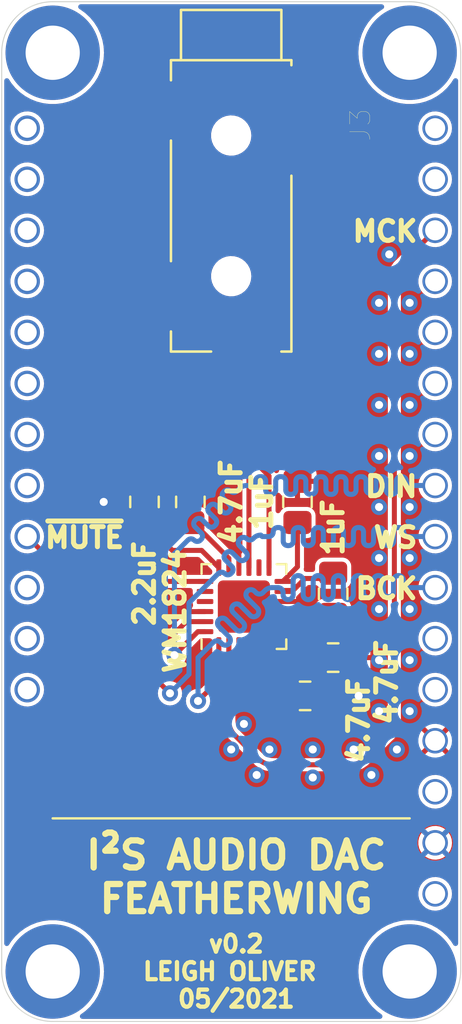
<source format=kicad_pcb>
(kicad_pcb (version 20210424) (generator pcbnew)
  (layers (0 "F.Cu" signal) (31 "B.Cu" signal) (34 "B.Paste" user) (35 "F.Paste" user) (36 "B.SilkS" user "B.Silkscreen") (37 "F.SilkS" user "F.Silkscreen") (38 "B.Mask" user) (39 "F.Mask" user) (44 "Edge.Cuts" user))
  (net 0 "")
  (net 1 "/U1RXD{slash}CLK_OUT3")
  (net 2 "+BATT")
  (net 3 "/3v3A_EN")
  (net 4 "/~MUTE")
  (net 5 "Net-(C1-Pad1)")
  (net 8 "unconnected-(U1-Pad2)")
  (net 9 "VBUS")
  (net 11 "Net-(C3-Pad2)")
  (net 12 "Net-(C3-Pad1)")
  (net 13 "/OUTR")
  (net 14 "Net-(C4-Pad1)")
  (net 16 "/IO6")
  (net 18 "/IO5")
  (net 19 "/IO4")
  (net 20 "Net-(C6-Pad1)")
  (net 21 "/OUTL")
  (net 22 "/IO3")
  (net 23 "/IO2")
  (net 24 "/IO1")
  (net 25 "SCL")
  (net 26 "SDA")
  (net 27 "+3.3VA")
  (net 28 "/U1TXD")
  (net 30 "/SPI_SDI")
  (net 31 "/SPI_SDO")
  (net 32 "/SPI_SCK")
  (net 33 "/I2S_DI")
  (net 34 "/I2S_DO")
  (net 35 "/I2S_WS")
  (net 36 "/I2S_BCK")
  (net 37 "/IO14")
  (net 38 "/IO12")
  (net 39 "GND")
  (net 40 "/ESP32-IO0")
  (net 41 "+3V3")
  (net 42 "/ESP32-EN")
  (footprint "Footprints:RoundPinHeader_1x16" (layer "F.Cu") (at 176.53 78.939992 180)
    (fp_text reference "J1" hide)
    (fp_text value "BOT" hide)
  )
  (footprint "Package_DFN_QFN:QFN-24-1EP_4x4mm_P0.5mm_EP2.6x2.6mm" (layer "F.Cu") (at 167.005 102.743 90)
    (fp_text reference "U1" hide)
    (fp_text value "WM1824")
  )
  (footprint "Capacitor_SMD:C_0805_2012Metric_Pad1.15x1.40mm_HandSolder" (layer "F.Cu") (at 170.053 107.188)
    (fp_text reference "C1" hide)
    (fp_text value "4.7uF")
  )
  (footprint "Capacitor_SMD:C_0805_2012Metric_Pad1.15x1.40mm_HandSolder" (layer "F.Cu") (at 164.338 97.536 90)
    (fp_text reference "C5" hide)
    (fp_text value "4.7uF")
  )
  (footprint "MountingHole:MountingHole_2.7mm_M2.5_DIN965_Pad" (layer "F.Cu") (at 157.48 75.184)
    (fp_text reference "REF**" hide)
    (fp_text value "MountingHole_2.7mm_M2.5_DIN965_Pad" hide)
  )
  (footprint "Capacitor_SMD:C_0805_2012Metric_Pad1.15x1.40mm_HandSolder" (layer "F.Cu") (at 169.672 97.536 90)
    (fp_text reference "C4" hide)
    (fp_text value "1uF")
  )
  (footprint "Capacitor_SMD:C_0805_2012Metric_Pad1.15x1.40mm_HandSolder" (layer "F.Cu") (at 171.45 102.108 90)
    (fp_text reference "C3" hide)
    (fp_text value "1uF")
  )
  (footprint "MountingHole:MountingHole_2.7mm_M2.5_DIN965_Pad" (layer "F.Cu") (at 175.26 120.904)
    (fp_text reference "REF**" hide)
    (fp_text value "MountingHole_2.7mm_M2.5_DIN965_Pad" hide)
  )
  (footprint "Footprints:SWITCHCRAFT_35RASMT4BHNTRX" (layer "F.Cu") (at 166.37 82.804 -90)
    (fp_text reference "J3")
    (fp_text value "35RASMT4BHNTRX")
  )
  (footprint "Capacitor_SMD:C_0805_2012Metric_Pad1.15x1.40mm_HandSolder" (layer "F.Cu") (at 171.45 105.283)
    (fp_text reference "C2" hide)
    (fp_text value "4.7uF")
  )
  (footprint "MountingHole:MountingHole_2.7mm_M2.5_DIN965_Pad" (layer "F.Cu") (at 157.48 120.904)
    (fp_text reference "REF**" hide)
    (fp_text value "MountingHole_2.7mm_M2.5_DIN965_Pad" hide)
  )
  (footprint "Footprints:RoundPinHeader_1x12" (layer "F.Cu") (at 156.21 106.879992)
    (fp_text reference "J2" hide)
    (fp_text value "TOP" hide)
  )
  (footprint "Capacitor_SMD:C_0805_2012Metric_Pad1.15x1.40mm_HandSolder" (layer "F.Cu") (at 162.052 97.536 90)
    (fp_text reference "C6" hide)
    (fp_text value "2.2uF")
  )
  (footprint "MountingHole:MountingHole_2.7mm_M2.5_DIN965_Pad" (layer "F.Cu") (at 175.26 75.184)
    (fp_text reference "REF**" hide)
    (fp_text value "MountingHole_2.7mm_M2.5_DIN965_Pad" hide)
  )
  (gr_line (start 157.48 113.284) (end 175.26 113.284) (layer "F.SilkS") (width 0.12))
  (gr_line (start 177.8 75.184) (end 177.8 120.849992) (layer "Edge.Cuts") (width 0.05))
  (gr_line (start 157.48 72.644) (end 175.26 72.644) (layer "Edge.Cuts") (width 0.05))
  (gr_line (start 154.94 120.849992) (end 154.94 75.184) (layer "Edge.Cuts") (width 0.05))
  (gr_arc (start 157.48 120.849992) (end 154.94 120.849992) (angle -90) (layer "Edge.Cuts") (width 0.05))
  (gr_arc (start 175.26 75.184) (end 177.8 75.184) (angle -90) (layer "Edge.Cuts") (width 0.05))
  (gr_arc (start 175.26 120.849992) (end 175.26 123.389992) (angle -90) (layer "Edge.Cuts") (width 0.05))
  (gr_line (start 175.26 123.389992) (end 157.48 123.389992) (layer "Edge.Cuts") (width 0.05))
  (gr_arc (start 157.48 75.184) (end 157.48 72.644) (angle -90) (layer "Edge.Cuts") (width 0.05))
  (gr_text "DIN" (at 175.768 96.774) (layer "F.SilkS") (effects (font (size 1 1) (thickness 0.25)) (justify right)))
  (gr_text "WS" (at 175.768 99.314) (layer "F.SilkS") (effects (font (size 1 1) (thickness 0.25)) (justify right)))
  (gr_text "I²S AUDIO DAC\nFEATHERWING" (at 166.624 116.205) (layer "F.SilkS") (effects (font (size 1.35 1.35) (thickness 0.3125))))
  (gr_text "BCK" (at 175.768 101.854) (layer "F.SilkS") (effects (font (size 1 1) (thickness 0.25)) (justify right)))
  (gr_text "v0.2\nLEIGH OLIVER \n05/2021" (at 166.624 120.904) (layer "F.SilkS") (effects (font (size 0.85 0.85) (thickness 0.2125))))
  (gr_text "~MUTE" (at 156.972 99.314) (layer "F.SilkS") (effects (font (size 1 1) (thickness 0.25)) (justify left)))
  (gr_text "MCK" (at 175.768 84.074) (layer "F.SilkS") (effects (font (size 1 1) (thickness 0.25)) (justify right)))
  (segment (start 156.21 99.259992) (end 158.443008 101.493) (width 0.25) (layer "F.Cu") (net 4))
  (segment (start 158.443008 101.493) (end 165.0675 101.493) (width 0.25) (layer "F.Cu") (net 4))
  (segment (start 166.755 104.6805) (end 166.755 105.795) (width 0.25) (layer "F.Cu") (net 5))
  (segment (start 168.148 107.188) (end 169.028 107.188) (width 0.25) (layer "F.Cu") (net 5))
  (segment (start 166.755 105.795) (end 168.148 107.188) (width 0.25) (layer "F.Cu") (net 5))
  (segment (start 174.498 108.424786) (end 174.498 86.466206) (width 0.25) (layer "F.Cu") (net 8))
  (segment (start 168.435214 110.617) (end 172.305786 110.617) (width 0.25) (layer "F.Cu") (net 8))
  (segment (start 166.255 104.6805) (end 166.255 108.436786) (width 0.25) (layer "F.Cu") (net 8))
  (segment (start 174.790893 85.759099) (end 176.53 84.019992) (width 0.25) (layer "F.Cu") (net 8))
  (segment (start 173.012893 110.324107) (end 174.205107 109.131893) (width 0.25) (layer "F.Cu") (net 8))
  (segment (start 166.547893 109.143893) (end 167.728107 110.324107) (width 0.25) (layer "F.Cu") (net 8))
  (arc (start 174.498 86.466206) (mid 174.57412 86.083523) (end 174.790893 85.759099) (width 0.25) (layer "F.Cu") (net 8))
  (arc (start 168.435214 110.617) (mid 168.052531 110.54088) (end 167.728107 110.324107) (width 0.25) (layer "F.Cu") (net 8))
  (arc (start 174.498 108.424786) (mid 174.42188 108.807469) (end 174.205107 109.131893) (width 0.25) (layer "F.Cu") (net 8))
  (arc (start 166.255 108.436786) (mid 166.33112 108.819469) (end 166.547893 109.143893) (width 0.25) (layer "F.Cu") (net 8))
  (arc (start 172.305786 110.617) (mid 172.688469 110.54088) (end 173.012893 110.324107) (width 0.25) (layer "F.Cu") (net 8))
  (segment (start 168.99248 101.94302) (end 169.453016 101.94302) (width 0.25) (layer "F.Cu") (net 11))
  (segment (start 171.187 101.346) (end 171.45 101.083) (width 0.25) (layer "F.Cu") (net 11))
  (segment (start 169.453016 101.94302) (end 170.050036 101.346) (width 0.25) (layer "F.Cu") (net 11))
  (segment (start 168.9425 101.993) (end 168.99248 101.94302) (width 0.25) (layer "F.Cu") (net 11))
  (segment (start 170.050036 101.346) (end 171.187 101.346) (width 0.25) (layer "F.Cu") (net 11))
  (segment (start 171.078 103.505) (end 171.45 103.133) (width 0.25) (layer "F.Cu") (net 12))
  (segment (start 168.99248 103.04298) (end 169.453016 103.04298) (width 0.25) (layer "F.Cu") (net 12))
  (segment (start 169.915036 103.505) (end 171.078 103.505) (width 0.25) (layer "F.Cu") (net 12))
  (segment (start 168.9425 102.993) (end 168.99248 103.04298) (width 0.25) (layer "F.Cu") (net 12))
  (segment (start 169.453016 103.04298) (end 169.915036 103.505) (width 0.25) (layer "F.Cu") (net 12))
  (segment (start 162.32 90.311) (end 162.32 87.254) (width 0.25) (layer "F.Cu") (net 13))
  (segment (start 168.255 96.246) (end 162.32 90.311) (width 0.25) (layer "F.Cu") (net 13))
  (segment (start 168.255 100.8055) (end 168.255 96.246) (width 0.25) (layer "F.Cu") (net 13))
  (segment (start 169.672 100.7635) (end 168.9425 101.493) (width 0.25) (layer "F.Cu") (net 14))
  (segment (start 169.672 98.561) (end 169.672 100.7635) (width 0.25) (layer "F.Cu") (net 14))
  (segment (start 165.755 100.8055) (end 164.8985 99.949) (width 0.25) (layer "F.Cu") (net 20))
  (segment (start 163.44 99.949) (end 162.052 98.561) (width 0.25) (layer "F.Cu") (net 20))
  (segment (start 164.8985 99.949) (end 163.44 99.949) (width 0.25) (layer "F.Cu") (net 20))
  (segment (start 167.255 100.8055) (end 167.255 100.344964) (width 0.25) (layer "F.Cu") (net 21))
  (segment (start 162.179 84.074) (end 160.655 85.598) (width 0.25) (layer "F.Cu") (net 21))
  (segment (start 170.42 79.854) (end 166.2 84.074) (width 0.25) (layer "F.Cu") (net 21))
  (segment (start 166.2 84.074) (end 162.179 84.074) (width 0.25) (layer "F.Cu") (net 21))
  (segment (start 160.655 85.598) (end 160.655 89.408) (width 0.25) (layer "F.Cu") (net 21))
  (segment (start 160.655 89.408) (end 167.255 96.008) (width 0.25) (layer "F.Cu") (net 21))
  (segment (start 167.255 96.008) (end 167.255 100.8055) (width 0.25) (layer "F.Cu") (net 21))
  (segment (start 165.0675 103.993) (end 164.710839 103.993) (width 0.25) (layer "F.Cu") (net 34))
  (segment (start 164.710839 103.993) (end 163.543979 105.15986) (width 0.25) (layer "F.Cu") (net 34))
  (via (at 163.543979 105.15986) (size 0.8) (drill 0.4) (layers "F.Cu" "B.Cu") (net 34))
  (segment (start 171.368689 97.16063) (end 171.309327 97.16063) (width 0.25) (layer "B.Cu") (net 34))
  (segment (start 170.083484 96.450647) (end 170.067189 96.40408) (width 0.25) (layer "B.Cu") (net 34))
  (segment (start 165.270213 98.7627) (end 165.231641 98.73194) (width 0.25) (layer "B.Cu") (net 34))
  (segment (start 169.637074 96.362306) (end 169.610826 96.40408) (width 0.25) (layer "B.Cu") (net 34))
  (segment (start 171.213734 97.138812) (end 171.17196 97.112564) (width 0.25) (layer "B.Cu") (net 34))
  (segment (start 175.088165 96.450647) (end 175.07187 96.40408) (width 0.25) (layer "B.Cu") (net 34))
  (segment (start 165.273615 97.755226) (end 165.242855 97.793798) (width 0.25) (layer "B.Cu") (net 34))
  (segment (start 164.566506 98.773913) (end 164.878086 99.085494) (width 0.25) (layer "B.Cu") (net 34))
  (segment (start 165.210471 97.886347) (end 165.210471 97.935683) (width 0.25) (layer "B.Cu") (net 34))
  (segment (start 168.040941 96.362306) (end 168.006055 96.32742) (width 0.25) (layer "B.Cu") (net 34))
  (segment (start 169.089008 96.499673) (end 169.083484 96.450647) (width 0.25) (layer "B.Cu") (net 34))
  (segment (start 168.809327 96.279354) (end 168.760301 96.284877) (width 0.25) (layer "B.Cu") (net 34))
  (segment (start 170.506055 97.112564) (end 170.464281 97.138812) (width 0.25) (layer "B.Cu") (net 34))
  (segment (start 171.868689 96.279354) (end 171.809327 96.279354) (width 0.25) (layer "B.Cu") (net 34))
  (segment (start 170.006055 96.32742) (end 169.964281 96.301172) (width 0.25) (layer "B.Cu") (net 34))
  (segment (start 165.627169 97.713251) (end 165.588597 97.682491) (width 0.25) (layer "B.Cu") (net 34))
  (segment (start 170.260301 97.155107) (end 170.213734 97.138812) (width 0.25) (layer "B.Cu") (net 34))
  (segment (start 172.610826 96.40408) (end 172.594531 96.450647) (width 0.25) (layer "B.Cu") (net 34))
  (segment (start 166.254566 96.950665) (end 166.206467 96.939687) (width 0.25) (layer "B.Cu") (net 34))
  (segment (start 165.585195 98.378385) (end 165.615955 98.416957) (width 0.25) (layer "B.Cu") (net 34))
  (segment (start 166.323064 97.709848) (end 166.34447 97.754298) (width 0.25) (layer "B.Cu") (net 34))
  (segment (start 167.567189 96.595265) (end 167.540941 96.637039) (width 0.25) (layer "B.Cu") (net 34))
  (segment (start 165.221449 97.983782) (end 165.242855 98.028232) (width 0.25) (layer "B.Cu") (net 34))
  (segment (start 166.292304 97.671276) (end 166.323064 97.709848) (width 0.25) (layer "B.Cu") (net 34))
  (segment (start 173.589008 96.499673) (end 173.589008 96.915311) (width 0.25) (layer "B.Cu") (net 34))
  (segment (start 170.089008 96.499673) (end 170.083484 96.450647) (width 0.25) (layer "B.Cu") (net 34))
  (segment (start 170.809327 96.279354) (end 170.760301 96.284877) (width 0.25) (layer "B.Cu") (net 34))
  (segment (start 176.53 96.719992) (end 175.314008 96.719992) (width 0.25) (layer "B.Cu") (net 34))
  (segment (start 165.648338 98.509507) (end 165.648338 98.558843) (width 0.25) (layer "B.Cu") (net 34))
  (segment (start 171.67196 96.32742) (end 171.637074 96.362306) (width 0.25) (layer "B.Cu") (net 34))
  (segment (start 167.506055 96.671925) (end 167.464281 96.698173) (width 0.25) (layer "B.Cu") (net 34))
  (segment (start 174.593689 96.499673) (end 174.593689 96.719992) (width 0.25) (layer "B.Cu") (net 34))
  (segment (start 165.273615 98.066804) (end 165.585195 98.378385) (width 0.25) (layer "B.Cu") (net 34))
  (segment (start 174.213734 97.138812) (end 174.17196 97.112564) (width 0.25) (layer "B.Cu") (net 34))
  (segment (start 169.583484 96.989337) (end 169.567189 97.035904) (width 0.25) (layer "B.Cu") (net 34))
  (segment (start 171.637074 96.362306) (end 171.610826 96.40408) (width 0.25) (layer "B.Cu") (net 34))
  (segment (start 172.713734 96.301172) (end 172.67196 96.32742) (width 0.25) (layer "B.Cu") (net 34))
  (segment (start 174.089008 96.940311) (end 174.089008 96.499673) (width 0.25) (layer "B.Cu") (net 34))
  (segment (start 172.089008 96.940311) (end 172.089008 96.499673) (width 0.25) (layer "B.Cu") (net 34))
  (segment (start 166.566145 97.054998) (end 166.518046 97.065976) (width 0.25) (layer "B.Cu") (net 34))
  (segment (start 164.753088 99.491215) (end 164.70499 99.502192) (width 0.25) (layer "B.Cu") (net 34))
  (segment (start 166.299016 96.972071) (end 166.254566 96.950665) (width 0.25) (layer "B.Cu") (net 34))
  (segment (start 171.006055 96.32742) (end 170.964281 96.301172) (width 0.25) (layer "B.Cu") (net 34))
  (segment (start 171.17196 97.112564) (end 171.137074 97.077678) (width 0.25) (layer "B.Cu") (net 34))
  (segment (start 171.067189 96.40408) (end 171.040941 96.362306) (width 0.25) (layer "B.Cu") (net 34))
  (segment (start 164.691505 98.368194) (end 164.647055 98.3896) (width 0.25) (layer "B.Cu") (net 34))
  (segment (start 164.70499 99.502192) (end 164.655654 99.502192) (width 0.25) (layer "B.Cu") (net 34))
  (segment (start 170.589008 96.940311) (end 170.583484 96.989337) (width 0.25) (layer "B.Cu") (net 34))
  (segment (start 172.368689 97.16063) (end 172.309327 97.16063) (width 0.25) (layer "B.Cu") (net 34))
  (segment (start 172.594531 96.450647) (end 172.589008 96.499673) (width 0.25) (layer "B.Cu") (net 34))
  (segment (start 164.941229 99.265952) (end 164.930251 99.31405) (width 0.25) (layer "B.Cu") (net 34))
  (segment (start 174.17196 97.112564) (end 174.137074 97.077678) (width 0.25) (layer "B.Cu") (net 34))
  (segment (start 172.67196 96.32742) (end 172.637074 96.362306) (width 0.25) (layer "B.Cu") (net 34))
  (segment (start 166.323063 97.944282) (end 166.292304 97.982854) (width 0.25) (layer "B.Cu") (net 34))
  (segment (start 172.17196 97.112564) (end 172.137074 97.077678) (width 0.25) (layer "B.Cu") (net 34))
  (segment (start 165.953274 97.317813) (end 165.984034 97.356385) (width 0.25) (layer "B.Cu") (net 34))
  (segment (start 170.309327 97.16063) (end 170.260301 97.155107) (width 0.25) (layer "B.Cu") (net 34))
  (segment (start 165.93875 98.024831) (end 165.627169 97.713251) (width 0.25) (layer "B.Cu") (net 34))
  (segment (start 168.260301 97.155107) (end 168.213734 97.138812) (width 0.25) (layer "B.Cu") (net 34))
  (segment (start 164.739603 98.357216) (end 164.691505 98.368194) (width 0.25) (layer "B.Cu") (net 34))
  (segment (start 172.583484 96.989337) (end 172.567189 97.035904) (width 0.25) (layer "B.Cu") (net 34))
  (segment (start 169.567189 97.035904) (end 169.540941 97.077678) (width 0.25) (layer "B.Cu") (net 34))
  (segment (start 165.460197 98.784106) (end 165.412099 98.795083) (width 0.25) (layer "B.Cu") (net 34))
  (segment (start 173.809327 96.279354) (end 173.760301 96.284877) (width 0.25) (layer "B.Cu") (net 34))
  (segment (start 165.648338 98.558843) (end 165.63736 98.606941) (width 0.25) (layer "B.Cu") (net 34))
  (segment (start 171.417714 97.155107) (end 171.368689 97.16063) (width 0.25) (layer "B.Cu") (net 34))
  (segment (start 174.040941 96.362306) (end 174.006055 96.32742) (width 0.25) (layer "B.Cu") (net 34))
  (segment (start 174.676641 96.32742) (end 174.641755 96.362306) (width 0.25) (layer "B.Cu") (net 34))
  (segment (start 169.417714 97.155107) (end 169.368689 97.16063) (width 0.25) (layer "B.Cu") (net 34))
  (segment (start 165.221449 97.838248) (end 165.210471 97.886347) (width 0.25) (layer "B.Cu") (net 34))
  (segment (start 165.210471 97.935683) (end 165.221449 97.983782) (width 0.25) (layer "B.Cu") (net 34))
  (segment (start 174.137074 97.077678) (end 174.110826 97.035904) (width 0.25) (layer "B.Cu") (net 34))
  (segment (start 174.87337 96.279354) (end 174.814008 96.279354) (width 0.25) (layer "B.Cu") (net 34))
  (segment (start 170.917714 96.284877) (end 170.868689 96.279354) (width 0.25) (layer "B.Cu") (net 34))
  (segment (start 174.506055 97.112564) (end 174.464281 97.138812) (width 0.25) (layer "B.Cu") (net 34))
  (segment (start 173.917714 96.284877) (end 173.868689 96.279354) (width 0.25) (layer "B.Cu") (net 34))
  (segment (start 165.92089 97.175928) (end 165.92089 97.225264) (width 0.25) (layer "B.Cu") (net 34))
  (segment (start 166.157132 96.939687) (end 166.109033 96.950665) (width 0.25) (layer "B.Cu") (net 34))
  (segment (start 166.468711 97.065976) (end 166.420612 97.054998) (width 0.25) (layer "B.Cu") (net 34))
  (segment (start 173.868689 96.279354) (end 173.809327 96.279354) (width 0.25) (layer "B.Cu") (net 34))
  (segment (start 170.110826 97.035904) (end 170.094531 96.989337) (width 0.25) (layer "B.Cu") (net 34))
  (segment (start 164.212954 99.439049) (end 163.543979 100.108021) (width 0.25) (layer "B.Cu") (net 34))
  (segment (start 173.089008 96.915311) (end 173.089008 96.499673) (width 0.25) (layer "B.Cu") (net 34))
  (segment (start 171.760301 96.284877) (end 171.713734 96.301172) (width 0.25) (layer "B.Cu") (net 34))
  (segment (start 171.583484 96.989337) (end 171.567189 97.035904) (width 0.25) (layer "B.Cu") (net 34))
  (segment (start 170.713734 96.301172) (end 170.67196 96.32742) (width 0.25) (layer "B.Cu") (net 34))
  (segment (start 172.067189 96.40408) (end 172.040941 96.362306) (width 0.25) (layer "B.Cu") (net 34))
  (segment (start 171.040941 96.362306) (end 171.006055 96.32742) (width 0.25) (layer "B.Cu") (net 34))
  (segment (start 171.610826 96.40408) (end 171.594531 96.450647) (width 0.25) (layer "B.Cu") (net 34))
  (segment (start 173.589008 96.915311) (end 173.58411 96.958774) (width 0.25) (layer "B.Cu") (net 34))
  (segment (start 164.607554 99.491215) (end 164.563104 99.469809) (width 0.25) (layer "B.Cu") (net 34))
  (segment (start 169.137074 97.077678) (end 169.110826 97.035904) (width 0.25) (layer "B.Cu") (net 34))
  (segment (start 175.045622 96.362306) (end 175.010736 96.32742) (width 0.25) (layer "B.Cu") (net 34))
  (segment (start 174.006055 96.32742) (end 173.964281 96.301172) (width 0.25) (layer "B.Cu") (net 34))
  (segment (start 169.17196 97.112564) (end 169.137074 97.077678) (width 0.25) (layer "B.Cu") (net 34))
  (segment (start 166.109033 96.950665) (end 166.064583 96.972071) (width 0.25) (layer "B.Cu") (net 34))
  (segment (start 171.506055 97.112564) (end 171.464281 97.138812) (width 0.25) (layer "B.Cu") (net 34))
  (segment (start 172.809327 96.279354) (end 172.760301 96.284877) (width 0.25) (layer "B.Cu") (net 34))
  (segment (start 171.094531 96.989337) (end 171.089008 96.940311) (width 0.25) (layer "B.Cu") (net 34))
  (segment (start 165.931868 97.273363) (end 165.953274 97.317813) (width 0.25) (layer "B.Cu") (net 34))
  (segment (start 166.355447 97.851734) (end 166.344469 97.899832) (width 0.25) (layer "B.Cu") (net 34))
  (segment (start 166.021772 98.076997) (end 165.977322 98.055591) (width 0.25) (layer "B.Cu") (net 34))
  (segment (start 172.417714 97.155107) (end 172.368689 97.16063) (width 0.25) (layer "B.Cu") (net 34))
  (segment (start 171.809327 96.279354) (end 171.760301 96.284877) (width 0.25) (layer "B.Cu") (net 34))
  (segment (start 175.264982 96.714468) (end 175.218415 96.698173) (width 0.25) (layer "B.Cu") (net 34))
  (segment (start 173.067189 96.40408) (end 173.040941 96.362306) (width 0.25) (layer "B.Cu") (net 34))
  (segment (start 174.764982 96.284877) (end 174.718415 96.301172) (width 0.25) (layer "B.Cu") (net 34))
  (segment (start 170.594531 96.450647) (end 170.589008 96.499673) (width 0.25) (layer "B.Cu") (net 34))
  (segment (start 168.083484 96.450647) (end 168.067189 96.40408) (width 0.25) (layer "B.Cu") (net 34))
  (segment (start 170.760301 96.284877) (end 170.713734 96.301172) (width 0.25) (layer "B.Cu") (net 34))
  (segment (start 174.718415 96.301172) (end 174.676641 96.32742) (width 0.25) (layer "B.Cu") (net 34))
  (segment (start 168.213734 97.138812) (end 168.17196 97.112564) (width 0.25) (layer "B.Cu") (net 34))
  (segment (start 166.02601 97.002832) (end 165.984034 97.044807) (width 0.25) (layer "B.Cu") (net 34))
  (segment (start 173.284327 97.11063) (end 173.240864 97.105733) (width 0.25) (layer "B.Cu") (net 34))
  (segment (start 169.594531 96.450647) (end 169.589008 96.499673) (width 0.25) (layer "B.Cu") (net 34))
  (segment (start 172.137074 97.077678) (end 172.110826 97.035904) (width 0.25) (layer "B.Cu") (net 34))
  (segment (start 173.478434 97.091288) (end 173.437151 97.105733) (width 0.25) (layer "B.Cu") (net 34))
  (segment (start 169.110826 97.035904) (end 169.094531 96.989337) (width 0.25) (layer "B.Cu") (net 34))
  (segment (start 168.917714 96.284877) (end 168.868689 96.279354) (width 0.25) (layer "B.Cu") (net 34))
  (segment (start 175.314008 96.719992) (end 175.264982 96.714468) (width 0.25) (layer "B.Cu") (net 34))
  (segment (start 173.437151 97.105733) (end 173.393689 97.11063) (width 0.25) (layer "B.Cu") (net 34))
  (segment (start 172.110826 97.035904) (end 172.094531 96.989337) (width 0.25) (layer "B.Cu") (net 34))
  (segment (start 166.785561 96.866439) (end 166.649168 97.002832) (width 0.25) (layer "B.Cu") (net 34))
  (segment (start 167.917714 96.284877) (end 167.868689 96.279354) (width 0.25) (layer "B.Cu") (net 34))
  (segment (start 165.984034 97.044807) (end 165.953274 97.083379) (width 0.25) (layer "B.Cu") (net 34))
  (segment (start 173.240864 97.105733) (end 173.199581 97.091288) (width 0.25) (layer "B.Cu") (net 34))
  (segment (start 173.006055 96.32742) (end 172.964281 96.301172) (width 0.25) (layer "B.Cu") (net 34))
  (segment (start 168.067189 96.40408) (end 168.040941 96.362306) (width 0.25) (layer "B.Cu") (net 34))
  (segment (start 164.535746 98.735341) (end 164.566506 98.773913) (width 0.25) (layer "B.Cu") (net 34))
  (segment (start 163.543979 101.970162) (end 163.543979 105.15986) (width 0.25) (layer "B.Cu") (net 34))
  (segment (start 165.92089 97.225264) (end 165.931868 97.273363) (width 0.25) (layer "B.Cu") (net 34))
  (segment (start 168.417714 97.155107) (end 168.368689 97.16063) (width 0.25) (layer "B.Cu") (net 34))
  (segment (start 164.503362 98.642792) (end 164.51434 98.690891) (width 0.25) (layer "B.Cu") (net 34))
  (segment (start 172.006055 96.32742) (end 171.964281 96.301172) (width 0.25) (layer "B.Cu") (net 34))
  (segment (start 167.464281 96.698173) (end 167.417714 96.714468) (width 0.25) (layer "B.Cu") (net 34))
  (segment (start 165.931868 97.127829) (end 165.92089 97.175928) (width 0.25) (layer "B.Cu") (net 34))
  (segment (start 171.083484 96.450647) (end 171.067189 96.40408) (width 0.25) (layer "B.Cu") (net 34))
  (segment (start 168.368689 97.16063) (end 168.309327 97.16063) (width 0.25) (layer "B.Cu") (net 34))
  (segment (start 174.464281 97.138812) (end 174.417714 97.155107) (width 0.25) (layer "B.Cu") (net 34))
  (segment (start 173.713734 96.301172) (end 173.67196 96.32742) (width 0.25) (layer "B.Cu") (net 34))
  (segment (start 175.176641 96.671925) (end 175.141755 96.637039) (width 0.25) (layer "B.Cu") (net 34))
  (segment (start 171.089008 96.940311) (end 171.089008 96.499673) (width 0.25) (layer "B.Cu") (net 34))
  (segment (start 164.566506 98.462335) (end 164.535746 98.500907) (width 0.25) (layer "B.Cu") (net 34))
  (segment (start 167.594531 96.450647) (end 167.583484 96.548698) (width 0.25) (layer "B.Cu") (net 34))
  (segment (start 174.593689 96.719992) (end 174.589008 96.719992) (width 0.25) (layer "B.Cu") (net 34))
  (segment (start 168.089008 96.940311) (end 168.089008 96.499673) (width 0.25) (layer "B.Cu") (net 34))
  (segment (start 169.067189 96.40408) (end 169.040941 96.362306) (width 0.25) (layer "B.Cu") (net 34))
  (segment (start 169.506055 97.112564) (end 169.464281 97.138812) (width 0.25) (layer "B.Cu") (net 34))
  (segment (start 169.540941 97.077678) (end 169.506055 97.112564) (width 0.25) (layer "B.Cu") (net 34))
  (segment (start 166.136514 97.515486) (end 166.292304 97.671276) (width 0.25) (layer "B.Cu") (net 34))
  (segment (start 169.713734 96.301172) (end 169.67196 96.32742) (width 0.25) (layer "B.Cu") (net 34))
  (segment (start 164.930251 99.31405) (end 164.908845 99.3585) (width 0.25) (layer "B.Cu") (net 34))
  (segment (start 174.309327 97.16063) (end 174.260301 97.155107) (width 0.25) (layer "B.Cu") (net 34))
  (segment (start 166.610595 97.033592) (end 166.566145 97.054998) (width 0.25) (layer "B.Cu") (net 34))
  (segment (start 168.464281 97.138812) (end 168.417714 97.155107) (width 0.25) (layer "B.Cu") (net 34))
  (segment (start 173.594531 96.450647) (end 173.589008 96.499673) (width 0.25) (layer "B.Cu") (net 34))
  (segment (start 173.515468 97.068018) (end 173.478434 97.091288) (width 0.25) (layer "B.Cu") (net 34))
  (segment (start 166.649168 97.002832) (end 166.610595 97.033592) (width 0.25) (layer "B.Cu") (net 34))
  (segment (start 173.040941 96.362306) (end 173.006055 96.32742) (width 0.25) (layer "B.Cu") (net 34))
  (segment (start 174.540941 97.077678) (end 174.506055 97.112564) (width 0.25) (layer "B.Cu") (net 34))
  (segment (start 171.260301 97.155107) (end 171.213734 97.138812) (width 0.25) (layer "B.Cu") (net 34))
  (segment (start 171.309327 97.16063) (end 171.260301 97.155107) (width 0.25) (layer "B.Cu") (net 34))
  (segment (start 169.309327 97.16063) (end 169.260301 97.155107) (width 0.25) (layer "B.Cu") (net 34))
  (segment (start 170.464281 97.138812) (end 170.417714 97.155107) (width 0.25) (layer "B.Cu") (net 34))
  (segment (start 170.67196 96.32742) (end 170.637074 96.362306) (width 0.25) (layer "B.Cu") (net 34))
  (segment (start 174.589008 96.940311) (end 174.583484 96.989337) (width 0.25) (layer "B.Cu") (net 34))
  (segment (start 167.964281 96.301172) (end 167.917714 96.284877) (width 0.25) (layer "B.Cu") (net 34))
  (segment (start 168.610826 96.40408) (end 168.594531 96.450647) (width 0.25) (layer "B.Cu") (net 34))
  (segment (start 174.615507 96.40408) (end 174.599212 96.450647) (width 0.25) (layer "B.Cu") (net 34))
  (segment (start 168.583484 96.989337) (end 168.567189 97.035904) (width 0.25) (layer "B.Cu") (net 34))
  (segment (start 175.218415 96.698173) (end 175.176641 96.671925) (width 0.25) (layer "B.Cu") (net 34))
  (segment (start 165.63736 98.606941) (end 165.615954 98.651391) (width 0.25) (layer "B.Cu") (net 34))
  (segment (start 166.069872 98.087974) (end 166.021772 98.076997) (width 0.25) (layer "B.Cu") (net 34))
  (segment (start 170.137074 97.077678) (end 170.110826 97.035904) (width 0.25) (layer "B.Cu") (net 34))
  (segment (start 171.567189 97.035904) (end 171.540941 97.077678) (width 0.25) (layer "B.Cu") (net 34))
  (segment (start 164.930252 99.168516) (end 164.941229 99.216616) (width 0.25) (layer "B.Cu") (net 34))
  (segment (start 167.583484 96.548698) (end 167.567189 96.595265) (width 0.25) (layer "B.Cu") (net 34))
  (segment (start 165.242855 98.028232) (end 165.273615 98.066804) (width 0.25) (layer "B.Cu") (net 34))
  (segment (start 170.094531 96.989337) (end 170.089008 96.940311) (width 0.25) (layer "B.Cu") (net 34))
  (segment (start 166.064583 96.972071) (end 166.02601 97.002832) (width 0.25) (layer "B.Cu") (net 34))
  (segment (start 171.589008 96.940311) (end 171.583484 96.989337) (width 0.25) (layer "B.Cu") (net 34))
  (segment (start 169.964281 96.301172) (end 169.917714 96.284877) (width 0.25) (layer "B.Cu") (net 34))
  (segment (start 172.260301 97.155107) (end 172.213734 97.138812) (width 0.25) (layer "B.Cu") (net 34))
  (segment (start 172.964281 96.301172) (end 172.917714 96.284877) (width 0.25) (layer "B.Cu") (net 34))
  (segment (start 172.589008 96.499673) (end 172.589008 96.940311) (width 0.25) (layer "B.Cu") (net 34))
  (segment (start 171.089008 96.499673) (end 171.083484 96.450647) (width 0.25) (layer "B.Cu") (net 34))
  (segment (start 168.110826 97.035904) (end 168.094531 96.989337) (width 0.25) (layer "B.Cu") (net 34))
  (segment (start 170.567189 97.035904) (end 170.540941 97.077678) (width 0.25) (layer "B.Cu") (net 34))
  (segment (start 170.417714 97.155107) (end 170.368689 97.16063) (width 0.25) (layer "B.Cu") (net 34))
  (segment (start 175.07187 96.40408) (end 175.045622 96.362306) (width 0.25) (layer "B.Cu") (net 34))
  (segment (start 171.540941 97.077678) (end 171.506055 97.112564) (width 0.25) (layer "B.Cu") (net 34))
  (segment (start 169.094531 96.989337) (end 169.089008 96.940311) (width 0.25) (layer "B.Cu") (net 34))
  (segment (start 165.953274 97.083379) (end 165.931868 97.127829) (width 0.25) (layer "B.Cu") (net 34))
  (segment (start 164.51434 98.545357) (end 164.503362 98.593456) (width 0.25) (layer "B.Cu") (net 34))
  (segment (start 172.589008 96.940311) (end 172.583484 96.989337) (width 0.25) (layer "B.Cu") (net 34))
  (segment (start 170.089008 96.940311) (end 170.089008 96.499673) (width 0.25) (layer "B.Cu") (net 34))
  (segment (start 174.368689 97.16063) (end 174.309327 97.16063) (width 0.25) (layer "B.Cu") (net 34))
  (segment (start 166.139823 97.512174) (end 166.136514 97.515486) (width 0.25) (layer "B.Cu") (net 34))
  (segment (start 165.412099 98.795083) (end 165.362763 98.795083) (width 0.25) (layer "B.Cu") (net 34))
  (segment (start 174.110826 97.035904) (end 174.094531 96.989337) (width 0.25) (layer "B.Cu") (net 34))
  (segment (start 173.093905 96.958774) (end 173.089008 96.915311) (width 0.25) (layer "B.Cu") (net 34))
  (segment (start 166.211756 98.055591) (end 166.167306 98.076997) (width 0.25) (layer "B.Cu") (net 34))
  (segment (start 174.417714 97.155107) (end 174.368689 97.16063) (width 0.25) (layer "B.Cu") (net 34))
  (segment (start 168.17196 97.112564) (end 168.137074 97.077678) (width 0.25) (layer "B.Cu") (net 34))
  (segment (start 165.543219 98.73194) (end 165.504647 98.7627) (width 0.25) (layer "B.Cu") (net 34))
  (segment (start 168.006055 96.32742) (end 167.964281 96.301172) (width 0.25) (layer "B.Cu") (net 34))
  (segment (start 175.141755 96.637039) (end 175.115507 96.595265) (width 0.25) (layer "B.Cu") (net 34))
  (segment (start 166.206467 96.939687) (end 166.157132 96.939687) (width 0.25) (layer "B.Cu") (net 34))
  (segment (start 165.315591 97.713251) (end 165.273615 97.755226) (width 0.25) (layer "B.Cu") (net 34))
  (segment (start 174.814008 96.279354) (end 174.764982 96.284877) (width 0.25) (layer "B.Cu") (net 34))
  (segment (start 167.67196 96.32742) (end 167.637074 96.362306) (width 0.25) (layer "B.Cu") (net 34))
  (segment (start 172.083484 96.450647) (end 172.067189 96.40408) (width 0.25) (layer "B.Cu") (net 34))
  (segment (start 164.44151 99.386883) (end 164.393412 99.375904) (width 0.25) (layer "B.Cu") (net 34))
  (segment (start 165.231641 98.73194) (end 164.92006 98.42036) (width 0.25) (layer "B.Cu") (net 34))
  (segment (start 172.506055 97.112564) (end 172.464281 97.138812) (width 0.25) (layer "B.Cu") (net 34))
  (segment (start 174.094531 96.989337) (end 174.089008 96.940311) (width 0.25) (layer "B.Cu") (net 34))
  (segment (start 172.567189 97.035904) (end 172.540941 97.077678) (width 0.25) (layer "B.Cu") (net 34))
  (segment (start 164.608482 98.42036) (end 164.566506 98.462335) (width 0.25) (layer "B.Cu") (net 34))
  (segment (start 164.941229 99.216616) (end 164.941229 99.265952) (width 0.25) (layer "B.Cu") (net 34))
  (segment (start 172.760301 96.284877) (end 172.713734 96.301172) (width 0.25) (layer "B.Cu") (net 34))
  (segment (start 169.368689 97.16063) (end 169.309327 97.16063) (width 0.25) (layer "B.Cu") (net 34))
  (segment (start 169.589008 96.940311) (end 169.583484 96.989337) (width 0.25) (layer "B.Cu") (net 34))
  (segment (start 172.868689 96.279354) (end 172.809327 96.279354) (width 0.25) (layer "B.Cu") (net 34))
  (segment (start 173.083484 96.450647) (end 173.067189 96.40408) (width 0.25) (layer "B.Cu") (net 34))
  (segment (start 164.881488 98.3896) (end 164.837038 98.368194) (width 0.25) (layer "B.Cu") (net 34))
  (segment (start 166.167306 98.076997) (end 166.119208 98.087974) (width 0.25) (layer "B.Cu") (net 34))
  (segment (start 169.006055 96.32742) (end 168.964281 96.301172) (width 0.25) (layer "B.Cu") (net 34))
  (segment (start 164.83611 99.439049) (end 164.797538 99.469809) (width 0.25) (layer "B.Cu") (net 34))
  (segment (start 170.213734 97.138812) (end 170.17196 97.112564) (width 0.25) (layer "B.Cu") (net 34))
  (segment (start 175.099212 96.548698) (end 175.088165 96.450647) (width 0.25) (layer "B.Cu") (net 34))
  (segment (start 166.376162 97.033592) (end 166.299016 96.972071) (width 0.25) (layer "B.Cu") (net 34))
  (segment (start 171.110826 97.035904) (end 171.094531 96.989337) (width 0.25) (layer "B.Cu") (net 34))
  (segment (start 164.788939 98.357216) (end 164.739603 98.357216) (width 0.25) (layer "B.Cu") (net 34))
  (segment (start 166.292304 97.982854) (end 166.250328 98.024831) (width 0.25) (layer "B.Cu") (net 34))
  (segment (start 164.837038 98.368194) (end 164.788939 98.357216) (width 0.25) (layer "B.Cu") (net 34))
  (segment (start 172.089008 96.499673) (end 172.083484 96.450647) (width 0.25) (layer "B.Cu") (net 34))
  (segment (start 171.137074 97.077678) (end 171.110826 97.035904) (width 0.25) (layer "B.Cu") (net 34))
  (segment (start 171.917714 96.284877) (end 171.868689 96.279354) (width 0.25) (layer "B.Cu") (net 34))
  (segment (start 165.314663 98.784106) (end 165.270213 98.7627) (width 0.25) (layer "B.Cu") (net 34))
  (segment (start 164.48596 99.408289) (end 164.44151 99.386883) (width 0.25) (layer "B.Cu") (net 34))
  (segment (start 168.67196 96.32742) (end 168.637074 96.362306) (width 0.25) (layer "B.Cu") (net 34))
  (segment (start 169.589008 96.499673) (end 169.589008 96.940311) (width 0.25) (layer "B.Cu") (net 34))
  (segment (start 173.546395 97.037091) (end 173.515468 97.068018) (width 0.25) (layer "B.Cu") (net 34))
  (segment (start 175.115507 96.595265) (end 175.099212 96.548698) (width 0.25) (layer "B.Cu") (net 34))
  (segment (start 165.354164 97.682491) (end 165.315591 97.713251) (width 0.25) (layer "B.Cu") (net 34))
  (segment (start 164.647055 98.3896) (end 164.608482 98.42036) (width 0.25) (layer "B.Cu") (net 34))
  (segment (start 170.583484 96.989337) (end 170.567189 97.035904) (width 0.25) (layer "B.Cu") (net 34))
  (segment (start 168.713734 96.301172) (end 168.67196 96.32742) (width 0.25) (layer "B.Cu") (net 34))
  (segment (start 168.589008 96.499673) (end 168.589008 96.940311) (width 0.25) (layer "B.Cu") (net 34))
  (segment (start 164.878086 99.397072) (end 164.83611 99.439049) (width 0.25) (layer "B.Cu") (net 34))
  (segment (start 173.089008 96.499673) (end 173.083484 96.450647) (width 0.25) (layer "B.Cu") (net 34))
  (segment (start 164.503362 98.593456) (end 164.503362 98.642792) (width 0.25) (layer "B.Cu") (net 34))
  (segment (start 165.446712 97.650107) (end 165.398614 97.661085) (width 0.25) (layer "B.Cu") (net 34))
  (segment (start 174.599212 96.450647) (end 174.593689 96.499673) (width 0.25) (layer "B.Cu") (net 34))
  (segment (start 164.92006 98.42036) (end 164.881488 98.3896) (width 0.25) (layer "B.Cu") (net 34))
  (segment (start 165.398614 97.661085) (end 165.354164 97.682491) (width 0.25) (layer "B.Cu") (net 34))
  (segment (start 169.089008 96.940311) (end 169.089008 96.499673) (width 0.25) (layer "B.Cu") (net 34))
  (segment (start 167.610826 96.40408) (end 167.594531 96.450647) (width 0.25) (layer "B.Cu") (net 34))
  (segment (start 169.760301 96.284877) (end 169.713734 96.301172) (width 0.25) (layer "B.Cu") (net 34))
  (segment (start 170.610826 96.40408) (end 170.594531 96.450647) (width 0.25) (layer "B.Cu") (net 34))
  (segment (start 173.199581 97.091288) (end 173.162547 97.068018) (width 0.25) (layer "B.Cu") (net 34))
  (segment (start 164.51434 98.690891) (end 164.535746 98.735341) (width 0.25) (layer "B.Cu") (net 34))
  (segment (start 170.964281 96.301172) (end 170.917714 96.284877) (width 0.25) (layer "B.Cu") (net 34))
  (segment (start 168.089008 96.499673) (end 168.083484 96.450647) (width 0.25) (layer "B.Cu") (net 34))
  (segment (start 173.58411 96.958774) (end 173.569665 97.000057) (width 0.25) (layer "B.Cu") (net 34))
  (segment (start 170.637074 96.362306) (end 170.610826 96.40408) (width 0.25) (layer "B.Cu") (net 34))
  (segment (start 171.594531 96.450647) (end 171.589008 96.499673) (width 0.25) (layer "B.Cu") (net 34))
  (segment (start 174.968962 96.301172) (end 174.922395 96.284877) (width 0.25) (layer "B.Cu") (net 34))
  (segment (start 165.242855 97.793798) (end 165.221449 97.838248) (width 0.25) (layer "B.Cu") (net 34))
  (segment (start 165.977322 98.055591) (end 165.93875 98.024831) (width 0.25) (layer "B.Cu") (net 34))
  (segment (start 174.641755 96.362306) (end 174.615507 96.40408) (width 0.25) (layer "B.Cu") (net 34))
  (segment (start 165.615954 98.651391) (end 165.585195 98.689963) (width 0.25) (layer "B.Cu") (net 34))
  (segment (start 170.040941 96.362306) (end 170.006055 96.32742) (width 0.25) (layer "B.Cu") (net 34))
  (segment (start 173.162547 97.068018) (end 173.13162 97.037091) (width 0.25) (layer "B.Cu") (net 34))
  (segment (start 167.868689 96.279354) (end 167.809327 96.279354) (width 0.25) (layer "B.Cu") (net 34))
  (segment (start 169.464281 97.138812) (end 169.417714 97.155107) (width 0.25) (layer "B.Cu") (net 34))
  (segment (start 173.569665 97.000057) (end 173.546395 97.037091) (width 0.25) (layer "B.Cu") (net 34))
  (segment (start 167.417714 96.714468) (end 167.368689 96.719992) (width 0.25) (layer "B.Cu") (net 34))
  (segment (start 174.067189 96.40408) (end 174.040941 96.362306) (width 0.25) (layer "B.Cu") (net 34))
  (segment (start 173.610826 96.40408) (end 173.594531 96.450647) (width 0.25) (layer "B.Cu") (net 34))
  (segment (start 168.760301 96.284877) (end 168.713734 96.301172) (width 0.25) (layer "B.Cu") (net 34))
  (segment (start 172.540941 97.077678) (end 172.506055 97.112564) (width 0.25) (layer "B.Cu") (net 34))
  (segment (start 172.040941 96.362306) (end 172.006055 96.32742) (width 0.25) (layer "B.Cu") (net 34))
  (segment (start 172.464281 97.138812) (end 172.417714 97.155107) (width 0.25) (layer "B.Cu") (net 34))
  (segment (start 170.067189 96.40408) (end 170.040941 96.362306) (width 0.25) (layer "B.Cu") (net 34))
  (segment (start 172.917714 96.284877) (end 172.868689 96.279354) (width 0.25) (layer "B.Cu") (net 34))
  (segment (start 174.083484 96.450647) (end 174.067189 96.40408) (width 0.25) (layer "B.Cu") (net 34))
  (segment (start 173.760301 96.284877) (end 173.713734 96.301172) (width 0.25) (layer "B.Cu") (net 34))
  (segment (start 168.964281 96.301172) (end 168.917714 96.284877) (width 0.25) (layer "B.Cu") (net 34))
  (segment (start 164.908846 99.124066) (end 164.930252 99.168516) (width 0.25) (layer "B.Cu") (net 34))
  (segment (start 164.344076 99.375905) (end 164.295978 99.386882) (width 0.25) (layer "B.Cu") (net 34))
  (segment (start 166.344469 97.899832) (end 166.323063 97.944282) (width 0.25) (layer "B.Cu") (net 34))
  (segment (start 173.13162 97.037091) (end 173.10835 97.000057) (width 0.25) (layer "B.Cu") (net 34))
  (segment (start 165.637361 98.461407) (end 165.648338 98.509507) (width 0.25) (layer "B.Cu") (net 34))
  (segment (start 166.250328 98.024831) (end 166.211756 98.055591) (width 0.25) (layer "B.Cu") (net 34))
  (segment (start 164.563104 99.469809) (end 164.48596 99.408289) (width 0.25) (layer "B.Cu") (net 34))
  (segment (start 165.588597 97.682491) (end 165.544147 97.661085) (width 0.25) (layer "B.Cu") (net 34))
  (segment (start 174.567189 97.035904) (end 174.540941 97.077678) (width 0.25) (layer "B.Cu") (net 34))
  (segment (start 167.637074 96.362306) (end 167.610826 96.40408) (width 0.25) (layer "B.Cu") (net 34))
  (segment (start 168.589008 96.940311) (end 168.583484 96.989337) (width 0.25) (layer "B.Cu") (net 34))
  (segment (start 168.540941 97.077678) (end 168.506055 97.112564) (width 0.25) (layer "B.Cu") (net 34))
  (segment (start 171.464281 97.138812) (end 171.417714 97.155107) (width 0.25) (layer "B.Cu") (net 34))
  (segment (start 172.637074 96.362306) (end 172.610826 96.40408) (width 0.25) (layer "B.Cu") (net 34))
  (segment (start 173.10835 97.000057) (end 173.093905 96.958774) (width 0.25) (layer "B.Cu") (net 34))
  (segment (start 164.393412 99.375904) (end 164.344076 99.375905) (width 0.25) (layer "B.Cu") (net 34))
  (segment (start 167.760301 96.284877) (end 167.713734 96.301172) (width 0.25) (layer "B.Cu") (net 34))
  (segment (start 164.878086 99.085494) (end 164.908846 99.124066) (width 0.25) (layer "B.Cu") (net 34))
  (segment (start 164.295978 99.386882) (end 164.251528 99.408288) (width 0.25) (layer "B.Cu") (net 34))
  (segment (start 168.594531 96.450647) (end 168.589008 96.499673) (width 0.25) (layer "B.Cu") (net 34))
  (segment (start 165.496048 97.650107) (end 165.446712 97.650107) (width 0.25) (layer "B.Cu") (net 34))
  (segment (start 171.713734 96.301172) (end 171.67196 96.32742) (width 0.25) (layer "B.Cu") (net 34))
  (segment (start 170.368689 97.16063) (end 170.309327 97.16063) (width 0.25) (layer "B.Cu") (net 34))
  (segment (start 166.518046 97.065976) (end 166.468711 97.065976) (width 0.25) (layer "B.Cu") (net 34))
  (segment (start 168.637074 96.362306) (end 168.610826 96.40408) (width 0.25) (layer "B.Cu") (net 34))
  (segment (start 169.083484 96.450647) (end 169.067189 96.40408) (width 0.25) (layer "B.Cu") (net 34))
  (segment (start 173.67196 96.32742) (end 173.637074 96.362306) (width 0.25) (layer "B.Cu") (net 34))
  (segment (start 164.251528 99.408288) (end 164.212954 99.439049) (width 0.25) (layer "B.Cu") (net 34))
  (segment (start 165.504647 98.7627) (end 165.460197 98.784106) (width 0.25) (layer "B.Cu") (net 34))
  (segment (start 175.010736 96.32742) (end 174.968962 96.301172) (width 0.25) (layer "B.Cu") (net 34))
  (segment (start 171.964281 96.301172) (end 171.917714 96.284877) (width 0.25) (layer "B.Cu") (net 34))
  (segment (start 174.260301 97.155107) (end 174.213734 97.138812) (width 0.25) (layer "B.Cu") (net 34))
  (segment (start 164.535746 98.500907) (end 164.51434 98.545357) (width 0.25) (layer "B.Cu") (net 34))
  (segment (start 170.17196 97.112564) (end 170.137074 97.077678) (width 0.25) (layer "B.Cu") (net 34))
  (segment (start 174.589008 96.719992) (end 174.589008 96.940311) (width 0.25) (layer "B.Cu") (net 34))
  (segment (start 169.917714 96.284877) (end 169.868689 96.279354) (width 0.25) (layer "B.Cu") (net 34))
  (segment (start 169.610826 96.40408) (end 169.594531 96.450647) (width 0.25) (layer "B.Cu") (net 34))
  (segment (start 168.506055 97.112564) (end 168.464281 97.138812) (width 0.25) (layer "B.Cu") (net 34))
  (segment (start 166.355447 97.802398) (end 166.355447 97.851734) (width 0.25) (layer "B.Cu") (net 34))
  (segment (start 165.984034 97.356385) (end 166.139823 97.512174) (width 0.25) (layer "B.Cu") (net 34))
  (segment (start 166.34447 97.754298) (end 166.355447 97.802398) (width 0.25) (layer "B.Cu") (net 34))
  (segment (start 167.713734 96.301172) (end 167.67196 96.32742) (width 0.25) (layer "B.Cu") (net 34))
  (segment (start 164.797538 99.469809) (end 164.753088 99.491215) (width 0.25) (layer "B.Cu") (net 34))
  (segment (start 171.589008 96.499673) (end 171.589008 96.940311) (width 0.25) (layer "B.Cu") (net 34))
  (segment (start 169.868689 96.279354) (end 169.809327 96.279354) (width 0.25) (layer "B.Cu") (net 34))
  (segment (start 165.615955 98.416957) (end 165.637361 98.461407) (width 0.25) (layer "B.Cu") (net 34))
  (segment (start 170.540941 97.077678) (end 170.506055 97.112564) (width 0.25) (layer "B.Cu") (net 34))
  (segment (start 173.637074 96.362306) (end 173.610826 96.40408) (width 0.25) (layer "B.Cu") (net 34))
  (segment (start 169.213734 97.138812) (end 169.17196 97.112564) (width 0.25) (layer "B.Cu") (net 34))
  (segment (start 168.094531 96.989337) (end 168.089008 96.940311) (width 0.25) (layer "B.Cu") (net 34))
  (segment (start 164.655654 99.502192) (end 164.607554 99.491215) (width 0.25) (layer "B.Cu") (net 34))
  (segment (start 168.309327 97.16063) (end 168.260301 97.155107) (width 0.25) (layer "B.Cu") (net 34))
  (segment (start 172.213734 97.138812) (end 172.17196 97.112564) (width 0.25) (layer "B.Cu") (net 34))
  (segment (start 164.908845 99.3585) (end 164.878086 99.397072) (width 0.25) (layer "B.Cu") (net 34))
  (segment (start 170.868689 96.279354) (end 170.809327 96.279354) (width 0.25) (layer "B.Cu") (net 34))
  (segment (start 168.567189 97.035904) (end 168.540941 97.077678) (width 0.25) (layer "B.Cu") (net 34))
  (segment (start 172.094531 96.989337) (end 172.089008 96.940311) (width 0.25) (layer "B.Cu") (net 34))
  (segment (start 169.67196 96.32742) (end 169.637074 96.362306) (width 0.25) (layer "B.Cu") (net 34))
  (segment (start 168.137074 97.077678) (end 168.110826 97.035904) (width 0.25) (layer "B.Cu") (net 34))
  (segment (start 173.393689 97.11063) (end 173.284327 97.11063) (width 0.25) (layer "B.Cu") (net 34))
  (segment (start 170.589008 96.499673) (end 170.589008 96.940311) (width 0.25) (layer "B.Cu") (net 34))
  (segment (start 172.309327 97.16063) (end 172.260301 97.155107) (width 0.25) (layer "B.Cu") (net 34))
  (segment (start 168.868689 96.279354) (end 168.809327 96.279354) (width 0.25) (layer "B.Cu") (net 34))
  (segment (start 174.583484 96.989337) (end 174.567189 97.035904) (width 0.25) (layer "B.Cu") (net 34))
  (segment (start 169.809327 96.279354) (end 169.760301 96.284877) (width 0.25) (layer "B.Cu") (net 34))
  (segment (start 174.089008 96.499673) (end 174.083484 96.450647) (width 0.25) (layer "B.Cu") (net 34))
  (segment (start 169.040941 96.362306) (end 169.006055 96.32742) (width 0.25) (layer "B.Cu") (net 34))
  (segment (start 165.544147 97.661085) (end 165.496048 97.650107) (width 0.25) (layer "B.Cu") (net 34))
  (segment (start 163.543979 100.108021) (end 163.543979 101.970162) (width 0.25) (layer "B.Cu") (net 34))
  (segment (start 167.368689 96.719992) (end 167.139115 96.719992) (width 0.25) (layer "B.Cu") (net 34))
  (segment (start 166.420612 97.054998) (end 166.376162 97.033592) (width 0.25) (layer "B.Cu") (net 34))
  (segment (start 165.585195 98.689963) (end 165.543219 98.73194) (width 0.25) (layer "B.Cu") (net 34))
  (segment (start 169.260301 97.155107) (end 169.213734 97.138812) (width 0.25) (layer "B.Cu") (net 34))
  (segment (start 165.362763 98.795083) (end 165.314663 98.784106) (width 0.25) (layer "B.Cu") (net 34))
  (segment (start 167.809327 96.279354) (end 167.760301 96.284877) (width 0.25) (layer "B.Cu") (net 34))
  (segment (start 166.119208 98.087974) (end 166.069872 98.087974) (width 0.25) (layer "B.Cu") (net 34))
  (segment (start 167.540941 96.637039) (end 167.506055 96.671925) (width 0.25) (layer "B.Cu") (net 34))
  (segment (start 173.964281 96.301172) (end 173.917714 96.284877) (width 0.25) (layer "B.Cu") (net 34))
  (segment (start 174.922395 96.284877) (end 174.87337 96.279354) (width 0.25) (layer "B.Cu") (net 34))
  (arc (start 166.785561 96.866439) (mid 166.947773 96.758052) (end 167.139115 96.719992) (width 0.25) (layer "B.Cu") (net 34))
  (segment (start 164.137837 103.493) (end 162.818978 104.811859) (width 0.25) (layer "F.Cu") (net 35))
  (segment (start 162.818978 106.557978) (end 163.322 107.061) (width 0.25) (layer "F.Cu") (net 35))
  (segment (start 165.0675 103.493) (end 164.137837 103.493) (width 0.25) (layer "F.Cu") (net 35))
  (segment (start 162.818978 104.811859) (end 162.818978 106.557978) (width 0.25) (layer "F.Cu") (net 35))
  (via (at 163.322 107.061) (size 0.8) (drill 0.4) (layers "F.Cu" "B.Cu") (net 35))
  (segment (start 166.887743 100.455851) (end 166.838622 100.44464) (width 0.25) (layer "B.Cu") (net 35))
  (segment (start 165.862436 101.033988) (end 165.813316 101.0452) (width 0.25) (layer "B.Cu") (net 35))
  (segment (start 166.453554 100.829706) (end 166.464765 100.878828) (width 0.25) (layer "B.Cu") (net 35))
  (segment (start 174.63694 98.815633) (end 174.589384 98.832274) (width 0.25) (layer "B.Cu") (net 35))
  (segment (start 173.334631 99.68771) (end 173.287075 99.704351) (width 0.25) (layer "B.Cu") (net 35))
  (segment (start 168.877293 98.859079) (end 168.834631 98.832274) (width 0.25) (layer "B.Cu") (net 35))
  (segment (start 169.511095 98.894706) (end 169.48429 98.937368) (width 0.25) (layer "B.Cu") (net 35))
  (segment (start 166.435634 100.073166) (end 166.396243 100.041753) (width 0.25) (layer "B.Cu") (net 35))
  (segment (start 170.589384 98.832274) (end 170.546722 98.859079) (width 0.25) (layer "B.Cu") (net 35))
  (segment (start 172.187008 99.709992) (end 172.13694 99.704351) (width 0.25) (layer "B.Cu") (net 35))
  (segment (start 169.956366 98.984924) (end 169.939725 98.937368) (width 0.25) (layer "B.Cu") (net 35))
  (segment (start 174.511095 98.894706) (end 174.48429 98.937368) (width 0.25) (layer "B.Cu") (net 35))
  (segment (start 166.863937 99.334643) (end 166.824545 99.366057) (width 0.25) (layer "B.Cu") (net 35))
  (segment (start 166.251343 100.00868) (end 166.202223 100.019892) (width 0.25) (layer "B.Cu") (net 35))
  (segment (start 172.687008 98.809992) (end 172.63694 98.815633) (width 0.25) (layer "B.Cu") (net 35))
  (segment (start 170.962008 99.034992) (end 170.956366 98.984924) (width 0.25) (layer "B.Cu") (net 35))
  (segment (start 172.511095 98.894706) (end 172.48429 98.937368) (width 0.25) (layer "B.Cu") (net 35))
  (segment (start 168.956366 98.984924) (end 168.939725 98.937368) (width 0.25) (layer "B.Cu") (net 35))
  (segment (start 171.48429 98.937368) (end 171.467649 98.984924) (width 0.25) (layer "B.Cu") (net 35))
  (segment (start 170.287075 99.704351) (end 170.237008 99.709992) (width 0.25) (layer "B.Cu") (net 35))
  (segment (start 173.956366 98.984924) (end 173.939725 98.937368) (width 0.25) (layer "B.Cu") (net 35))
  (segment (start 169.962008 99.034992) (end 169.956366 98.984924) (width 0.25) (layer "B.Cu") (net 35))
  (segment (start 171.834631 98.832274) (end 171.787075 98.815633) (width 0.25) (layer "B.Cu") (net 35))
  (segment (start 167.138802 100.077202) (end 167.160663 100.122597) (width 0.25) (layer "B.Cu") (net 35))
  (segment (start 167.421551 99.39747) (end 167.376156 99.419331) (width 0.25) (layer "B.Cu") (net 35))
  (segment (start 175.13694 99.25435) (end 175.089384 99.237709) (width 0.25) (layer "B.Cu") (net 35))
  (segment (start 175.187008 99.259992) (end 175.13694 99.25435) (width 0.25) (layer "B.Cu") (net 35))
  (segment (start 166.958452 99.30157) (end 166.909332 99.312782) (width 0.25) (layer "B.Cu") (net 35))
  (segment (start 174.48429 98.937368) (end 174.467649 98.984924) (width 0.25) (layer "B.Cu") (net 35))
  (segment (start 171.439725 99.582616) (end 171.41292 99.625278) (width 0.25) (layer "B.Cu") (net 35))
  (segment (start 166.231018 101.16296) (end 166.180634 101.16296) (width 0.25) (layer "B.Cu") (net 35))
  (segment (start 166.028805 100.341933) (end 166.050666 100.387327) (width 0.25) (layer "B.Cu") (net 35))
  (segment (start 173.962008 99.034992) (end 173.956366 98.984924) (width 0.25) (layer "B.Cu") (net 35))
  (segment (start 171.91292 98.894706) (end 171.877293 98.859079) (width 0.25) (layer "B.Cu") (net 35))
  (segment (start 172.834631 98.832274) (end 172.787075 98.815633) (width 0.25) (layer "B.Cu") (net 35))
  (segment (start 167.107389 100.356009) (end 167.072033 100.391366) (width 0.25) (layer "B.Cu") (net 35))
  (segment (start 174.967649 99.085059) (end 174.956366 98.984924) (width 0.25) (layer "B.Cu") (net 35))
  (segment (start 166.757775 99.680218) (end 166.789189 99.71961) (width 0.25) (layer "B.Cu") (net 35))
  (segment (start 167.171874 100.222103) (end 167.160662 100.271223) (width 0.25) (layer "B.Cu") (net 35))
  (segment (start 168.91292 98.894706) (end 168.877293 98.859079) (width 0.25) (layer "B.Cu") (net 35))
  (segment (start 166.793227 100.42278) (end 166.753835 100.391366) (width 0.25) (layer "B.Cu") (net 35))
  (segment (start 173.511095 98.894706) (end 173.48429 98.937368) (width 0.25) (layer "B.Cu") (net 35))
  (segment (start 173.13694 99.704351) (end 173.089384 99.68771) (width 0.25) (layer "B.Cu") (net 35))
  (segment (start 174.41292 99.625278) (end 174.377293 99.660905) (width 0.25) (layer "B.Cu") (net 35))
  (segment (start 174.546722 98.859079) (end 174.511095 98.894706) (width 0.25) (layer "B.Cu") (net 35))
  (segment (start 168.687008 98.809992) (end 168.63694 98.815633) (width 0.25) (layer "B.Cu") (net 35))
  (segment (start 172.011095 99.625278) (end 171.98429 99.582616) (width 0.25) (layer "B.Cu") (net 35))
  (segment (start 169.089384 99.68771) (end 169.046722 99.660905) (width 0.25) (layer "B.Cu") (net 35))
  (segment (start 171.737008 98.809992) (end 171.687008 98.809992) (width 0.25) (layer "B.Cu") (net 35))
  (segment (start 170.187008 99.709992) (end 170.13694 99.704351) (width 0.25) (layer "B.Cu") (net 35))
  (segment (start 166.824545 99.366057) (end 166.789189 99.401412) (width 0.25) (layer "B.Cu") (net 35))
  (segment (start 165.813316 101.0452) (end 165.767921 101.067061) (width 0.25) (layer "B.Cu") (net 35))
  (segment (start 174.687008 98.809992) (end 174.63694 98.815633) (width 0.25) (layer "B.Cu") (net 35))
  (segment (start 169.589384 98.832274) (end 169.546722 98.859079) (width 0.25) (layer "B.Cu") (net 35))
  (segment (start 169.467649 98.984924) (end 169.462008 99.034992) (width 0.25) (layer "B.Cu") (net 35))
  (segment (start 171.589384 98.832274) (end 171.546722 98.859079) (width 0.25) (layer "B.Cu") (net 35))
  (segment (start 166.301727 100.00868) (end 166.251343 100.00868) (width 0.25) (layer "B.Cu") (net 35))
  (segment (start 172.439725 99.582616) (end 172.41292 99.625278) (width 0.25) (layer "B.Cu") (net 35))
  (segment (start 166.350848 100.019892) (end 166.301727 100.00868) (width 0.25) (layer "B.Cu") (net 35))
  (segment (start 167.032641 100.42278) (end 166.987248 100.44464) (width 0.25) (layer "B.Cu") (net 35))
  (segment (start 174.91292 98.894706) (end 174.877293 98.859079) (width 0.25) (layer "B.Cu") (net 35))
  (segment (start 170.956366 98.984924) (end 170.939725 98.937368) (width 0.25) (layer "B.Cu") (net 35))
  (segment (start 173.98429 99.582616) (end 173.967649 99.53506) (width 0.25) (layer "B.Cu") (net 35))
  (segment (start 166.050666 100.147913) (end 166.028805 100.193307) (width 0.25) (layer "B.Cu") (net 35))
  (segment (start 171.046722 99.660905) (end 171.011095 99.625278) (width 0.25) (layer "B.Cu") (net 35))
  (segment (start 166.017594 100.242428) (end 166.017594 100.292812) (width 0.25) (layer "B.Cu") (net 35))
  (segment (start 175.089384 99.237709) (end 175.046722 99.210904) (width 0.25) (layer "B.Cu") (net 35))
  (segment (start 170.439725 99.582616) (end 170.41292 99.625278) (width 0.25) (layer "B.Cu") (net 35))
  (segment (start 173.967649 99.53506) (end 173.962008 99.484992) (width 0.25) (layer "B.Cu") (net 35))
  (segment (start 173.546722 98.859079) (end 173.511095 98.894706) (width 0.25) (layer "B.Cu") (net 35))
  (segment (start 172.237008 99.709992) (end 172.187008 99.709992) (width 0.25) (layer "B.Cu") (net 35))
  (segment (start 168.962008 99.484992) (end 168.962008 99.034992) (width 0.25) (layer "B.Cu") (net 35))
  (segment (start 172.13694 99.704351) (end 172.089384 99.68771) (width 0.25) (layer "B.Cu") (net 35))
  (segment (start 168.439725 99.132615) (end 168.41292 99.175277) (width 0.25) (layer "B.Cu") (net 35))
  (segment (start 172.046722 99.660905) (end 172.011095 99.625278) (width 0.25) (layer "B.Cu") (net 35))
  (segment (start 166.464765 100.929212) (end 166.453553 100.978332) (width 0.25) (layer "B.Cu") (net 35))
  (segment (start 170.237008 99.709992) (end 170.187008 99.709992) (width 0.25) (layer "B.Cu") (net 35))
  (segment (start 168.48429 98.937368) (end 168.467649 98.984924) (width 0.25) (layer "B.Cu") (net 35))
  (segment (start 166.838622 100.44464) (end 166.793227 100.42278) (width 0.25) (layer "B.Cu") (net 35))
  (segment (start 171.377293 99.660905) (end 171.334631 99.68771) (width 0.25) (layer "B.Cu") (net 35))
  (segment (start 170.939725 98.937368) (end 170.91292 98.894706) (width 0.25) (layer "B.Cu") (net 35))
  (segment (start 170.834631 98.832274) (end 170.787075 98.815633) (width 0.25) (layer "B.Cu") (net 35))
  (segment (start 170.011095 99.625278) (end 169.98429 99.582616) (width 0.25) (layer "B.Cu") (net 35))
  (segment (start 174.334631 99.68771) (end 174.287075 99.704351) (width 0.25) (layer "B.Cu") (net 35))
  (segment (start 173.462008 99.034992) (end 173.462008 99.484992) (width 0.25) (layer "B.Cu") (net 35))
  (segment (start 172.63694 98.815633) (end 172.589384 98.832274) (width 0.25) (layer "B.Cu") (net 35))
  (segment (start 173.687008 98.809992) (end 173.63694 98.815633) (width 0.25) (layer "B.Cu") (net 35))
  (segment (start 171.939725 98.937368) (end 171.91292 98.894706) (width 0.25) (layer "B.Cu") (net 35))
  (segment (start 172.462008 99.034992) (end 172.462008 99.484992) (width 0.25) (layer "B.Cu") (net 35))
  (segment (start 168.287075 99.25435) (end 168.237008 99.259992) (width 0.25) (layer "B.Cu") (net 35))
  (segment (start 172.546722 98.859079) (end 172.511095 98.894706) (width 0.25) (layer "B.Cu") (net 35))
  (segment (start 170.787075 98.815633) (end 170.737008 98.809992) (width 0.25) (layer "B.Cu") (net 35))
  (segment (start 168.546722 98.859079) (end 168.511095 98.894706) (width 0.25) (layer "B.Cu") (net 35))
  (segment (start 170.98429 99.582616) (end 170.967649 99.53506) (width 0.25) (layer "B.Cu") (net 35))
  (segment (start 169.63694 98.815633) (end 169.589384 98.832274) (width 0.25) (layer "B.Cu") (net 35))
  (segment (start 171.13694 99.704351) (end 171.089384 99.68771) (width 0.25) (layer "B.Cu") (net 35))
  (segment (start 170.91292 98.894706) (end 170.877293 98.859079) (width 0.25) (layer "B.Cu") (net 35))
  (segment (start 173.467649 98.984924) (end 173.462008 99.034992) (width 0.25) (layer "B.Cu") (net 35))
  (segment (start 166.453553 100.978332) (end 166.431692 101.023727) (width 0.25) (layer "B.Cu") (net 35))
  (segment (start 172.962008 99.484992) (end 172.962008 99.034992) (width 0.25) (layer "B.Cu") (net 35))
  (segment (start 166.789189 99.401412) (end 166.757775 99.440804) (width 0.25) (layer "B.Cu") (net 35))
  (segment (start 166.028805 100.193307) (end 166.017594 100.242428) (width 0.25) (layer "B.Cu") (net 35))
  (segment (start 170.089384 99.68771) (end 170.046722 99.660905) (width 0.25) (layer "B.Cu") (net 35))
  (segment (start 174.787075 98.815633) (end 174.737008 98.809992) (width 0.25) (layer "B.Cu") (net 35))
  (segment (start 173.962008 99.484992) (end 173.962008 99.034992) (width 0.25) (layer "B.Cu") (net 35))
  (segment (start 170.462008 99.034992) (end 170.462008 99.484992) (width 0.25) (layer "B.Cu") (net 35))
  (segment (start 166.724703 99.585703) (end 166.735914 99.634824) (width 0.25) (layer "B.Cu") (net 35))
  (segment (start 168.589384 98.832274) (end 168.546722 98.859079) (width 0.25) (layer "B.Cu") (net 35))
  (segment (start 172.962008 99.034992) (end 172.956366 98.984924) (width 0.25) (layer "B.Cu") (net 35))
  (segment (start 172.41292 99.625278) (end 172.377293 99.660905) (width 0.25) (layer "B.Cu") (net 35))
  (segment (start 174.187008 99.709992) (end 174.13694 99.704351) (width 0.25) (layer "B.Cu") (net 35))
  (segment (start 167.460943 99.366057) (end 167.421551 99.39747) (width 0.25) (layer "B.Cu") (net 35))
  (segment (start 169.456366 99.53506) (end 169.439725 99.582616) (width 0.25) (layer "B.Cu") (net 35))
  (segment (start 166.938127 100.455851) (end 166.887743 100.455851) (width 0.25) (layer "B.Cu") (net 35))
  (segment (start 168.787075 98.815633) (end 168.737008 98.809992) (width 0.25) (layer "B.Cu") (net 35))
  (segment (start 172.334631 99.68771) (end 172.287075 99.704351) (width 0.25) (layer "B.Cu") (net 35))
  (segment (start 166.396243 100.041753) (end 166.350848 100.019892) (width 0.25) (layer "B.Cu") (net 35))
  (segment (start 170.41292 99.625278) (end 170.377293 99.660905) (width 0.25) (layer "B.Cu") (net 35))
  (segment (start 171.237008 99.709992) (end 171.187008 99.709992) (width 0.25) (layer "B.Cu") (net 35))
  (segment (start 169.046722 99.660905) (end 169.011095 99.625278) (width 0.25) (layer "B.Cu") (net 35))
  (segment (start 170.967649 99.53506) (end 170.962008 99.484992) (width 0.25) (layer "B.Cu") (net 35))
  (segment (start 171.98429 99.582616) (end 171.967649 99.53506) (width 0.25) (layer "B.Cu") (net 35))
  (segment (start 166.40028 101.063118) (end 166.364924 101.098475) (width 0.25) (layer "B.Cu") (net 35))
  (segment (start 164.268989 106.114011) (end 163.322 107.061) (width 0.25) (layer "B.Cu") (net 35))
  (segment (start 166.325532 101.129889) (end 166.280139 101.151749) (width 0.25) (layer "B.Cu") (net 35))
  (segment (start 174.98429 99.132615) (end 174.967649 99.085059) (width 0.25) (layer "B.Cu") (net 35))
  (segment (start 166.017594 100.292812) (end 166.028805 100.341933) (width 0.25) (layer "B.Cu") (net 35))
  (segment (start 165.91282 101.033988) (end 165.862436 101.033988) (width 0.25) (layer "B.Cu") (net 35))
  (segment (start 174.877293 98.859079) (end 174.834631 98.832274) (width 0.25) (layer "B.Cu") (net 35))
  (segment (start 173.187008 99.709992) (end 173.13694 99.704351) (width 0.25) (layer "B.Cu") (net 35))
  (segment (start 169.687008 98.809992) (end 169.63694 98.815633) (width 0.25) (layer "B.Cu") (net 35))
  (segment (start 173.41292 99.625278) (end 173.377293 99.660905) (width 0.25) (layer "B.Cu") (net 35))
  (segment (start 169.737008 98.809992) (end 169.687008 98.809992) (width 0.25) (layer "B.Cu") (net 35))
  (segment (start 173.237008 99.709992) (end 173.187008 99.709992) (width 0.25) (layer "B.Cu") (net 35))
  (segment (start 174.377293 99.660905) (end 174.334631 99.68771) (width 0.25) (layer "B.Cu") (net 35))
  (segment (start 170.63694 98.815633) (end 170.589384 98.832274) (width 0.25) (layer "B.Cu") (net 35))
  (segment (start 174.589384 98.832274) (end 174.546722 98.859079) (width 0.25) (layer "B.Cu") (net 35))
  (segment (start 169.462008 99.484992) (end 169.456366 99.53506) (width 0.25) (layer "B.Cu") (net 35))
  (segment (start 167.072033 100.391366) (end 167.032641 100.42278) (width 0.25) (layer "B.Cu") (net 35))
  (segment (start 167.160662 100.271223) (end 167.138801 100.316618) (width 0.25) (layer "B.Cu") (net 35))
  (segment (start 172.91292 98.894706) (end 172.877293 98.859079) (width 0.25) (layer "B.Cu") (net 35))
  (segment (start 165.767921 101.067061) (end 165.728528 101.098475) (width 0.25) (layer "B.Cu") (net 35))
  (segment (start 168.962008 99.034992) (end 168.956366 98.984924) (width 0.25) (layer "B.Cu") (net 35))
  (segment (start 171.187008 99.709992) (end 171.13694 99.704351) (width 0.25) (layer "B.Cu") (net 35))
  (segment (start 173.939725 98.937368) (end 173.91292 98.894706) (width 0.25) (layer "B.Cu") (net 35))
  (segment (start 169.377293 99.660905) (end 169.334631 99.68771) (width 0.25) (layer "B.Cu") (net 35))
  (segment (start 171.787075 98.815633) (end 171.737008 98.809992) (width 0.25) (layer "B.Cu") (net 35))
  (segment (start 173.011095 99.625278) (end 172.98429 99.582616) (width 0.25) (layer "B.Cu") (net 35))
  (segment (start 168.63694 98.815633) (end 168.589384 98.832274) (width 0.25) (layer "B.Cu") (net 35))
  (segment (start 166.431692 101.023727) (end 166.40028 101.063118) (width 0.25) (layer "B.Cu") (net 35))
  (segment (start 174.456366 99.53506) (end 174.439725 99.582616) (width 0.25) (layer "B.Cu") (net 35))
  (segment (start 167.920099 99.259992) (end 167.847107 99.187) (width 0.25) (layer "B.Cu") (net 35))
  (segment (start 168.237008 99.259992) (end 167.920099 99.259992) (width 0.25) (layer "B.Cu") (net 35))
  (segment (start 173.439725 99.582616) (end 173.41292 99.625278) (width 0.25) (layer "B.Cu") (net 35))
  (segment (start 167.160663 100.122597) (end 167.171874 100.171719) (width 0.25) (layer "B.Cu") (net 35))
  (segment (start 165.96194 101.045201) (end 165.91282 101.033988) (width 0.25) (layer "B.Cu") (net 35))
  (segment (start 173.287075 99.704351) (end 173.237008 99.709992) (width 0.25) (layer "B.Cu") (net 35))
  (segment (start 172.589384 98.832274) (end 172.546722 98.859079) (width 0.25) (layer "B.Cu") (net 35))
  (segment (start 171.089384 99.68771) (end 171.046722 99.660905) (width 0.25) (layer "B.Cu") (net 35))
  (segment (start 174.089384 99.68771) (end 174.046722 99.660905) (width 0.25) (layer "B.Cu") (net 35))
  (segment (start 168.939725 98.937368) (end 168.91292 98.894706) (width 0.25) (layer "B.Cu") (net 35))
  (segment (start 172.737008 98.809992) (end 172.687008 98.809992) (width 0.25) (layer "B.Cu") (net 35))
  (segment (start 167.227531 99.419331) (end 167.182136 99.39747) (width 0.25) (layer "B.Cu") (net 35))
  (segment (start 173.456366 99.53506) (end 173.439725 99.582616) (width 0.25) (layer "B.Cu") (net 35))
  (segment (start 170.962008 99.484992) (end 170.962008 99.034992) (width 0.25) (layer "B.Cu") (net 35))
  (segment (start 167.103352 99.334643) (end 167.057957 99.312782) (width 0.25) (layer "B.Cu") (net 35))
  (segment (start 174.834631 98.832274) (end 174.787075 98.815633) (width 0.25) (layer "B.Cu") (net 35))
  (segment (start 170.046722 99.660905) (end 170.011095 99.625278) (width 0.25) (layer "B.Cu") (net 35))
  (segment (start 168.967649 99.53506) (end 168.962008 99.484992) (width 0.25) (layer "B.Cu") (net 35))
  (segment (start 166.280139 101.151749) (end 166.231018 101.16296) (width 0.25) (layer "B.Cu") (net 35))
  (segment (start 167.182136 99.39747) (end 167.103352 99.334643) (width 0.25) (layer "B.Cu") (net 35))
  (segment (start 169.13694 99.704351) (end 169.089384 99.68771) (width 0.25) (layer "B.Cu") (net 35))
  (segment (start 169.98429 99.582616) (end 169.967649 99.53506) (width 0.25) (layer "B.Cu") (net 35))
  (segment (start 168.334631 99.237709) (end 168.287075 99.25435) (width 0.25) (layer "B.Cu") (net 35))
  (segment (start 174.956366 98.984924) (end 174.939725 98.937368) (width 0.25) (layer "B.Cu") (net 35))
  (segment (start 174.287075 99.704351) (end 174.237008 99.709992) (width 0.25) (layer "B.Cu") (net 35))
  (segment (start 169.91292 98.894706) (end 169.877293 98.859079) (width 0.25) (layer "B.Cu") (net 35))
  (segment (start 170.546722 98.859079) (end 170.511095 98.894706) (width 0.25) (layer "B.Cu") (net 35))
  (segment (start 168.511095 98.894706) (end 168.48429 98.937368) (width 0.25) (layer "B.Cu") (net 35))
  (segment (start 171.687008 98.809992) (end 171.63694 98.815633) (width 0.25) (layer "B.Cu") (net 35))
  (segment (start 166.08208 100.108521) (end 166.050666 100.147913) (width 0.25) (layer "B.Cu") (net 35))
  (segment (start 166.464765 100.878828) (end 166.464765 100.929212) (width 0.25) (layer "B.Cu") (net 35))
  (segment (start 170.877293 98.859079) (end 170.834631 98.832274) (width 0.25) (layer "B.Cu") (net 35))
  (segment (start 173.589384 98.832274) (end 173.546722 98.859079) (width 0.25) (layer "B.Cu") (net 35))
  (segment (start 171.334631 99.68771) (end 171.287075 99.704351) (width 0.25) (layer "B.Cu") (net 35))
  (segment (start 172.462008 99.484992) (end 172.456366 99.53506) (width 0.25) (layer "B.Cu") (net 35))
  (segment (start 169.237008 99.709992) (end 169.187008 99.709992) (width 0.25) (layer "B.Cu") (net 35))
  (segment (start 173.63694 98.815633) (end 173.589384 98.832274) (width 0.25) (layer "B.Cu") (net 35))
  (segment (start 171.877293 98.859079) (end 171.834631 98.832274) (width 0.25) (layer "B.Cu") (net 35))
  (segment (start 169.546722 98.859079) (end 169.511095 98.894706) (width 0.25) (layer "B.Cu") (net 35))
  (segment (start 169.334631 99.68771) (end 169.287075 99.704351) (width 0.25) (layer "B.Cu") (net 35))
  (segment (start 171.462008 99.484992) (end 171.456366 99.53506) (width 0.25) (layer "B.Cu") (net 35))
  (segment (start 166.180634 101.16296) (end 166.131513 101.151749) (width 0.25) (layer "B.Cu") (net 35))
  (segment (start 165.728528 101.098475) (end 164.268989 102.558011) (width 0.25) (layer "B.Cu") (net 35))
  (segment (start 169.439725 99.582616) (end 169.41292 99.625278) (width 0.25) (layer "B.Cu") (net 35))
  (segment (start 170.737008 98.809992) (end 170.687008 98.809992) (width 0.25) (layer "B.Cu") (net 35))
  (segment (start 166.08208 100.426719) (end 166.40028 100.74492) (width 0.25) (layer "B.Cu") (net 35))
  (segment (start 166.364924 101.098475) (end 166.325532 101.129889) (width 0.25) (layer "B.Cu") (net 35))
  (segment (start 170.511095 98.894706) (end 170.48429 98.937368) (width 0.25) (layer "B.Cu") (net 35))
  (segment (start 174.046722 99.660905) (end 174.011095 99.625278) (width 0.25) (layer "B.Cu") (net 35))
  (segment (start 171.63694 98.815633) (end 171.589384 98.832274) (width 0.25) (layer "B.Cu") (net 35))
  (segment (start 169.939725 98.937368) (end 169.91292 98.894706) (width 0.25) (layer "B.Cu") (net 35))
  (segment (start 169.877293 98.859079) (end 169.834631 98.832274) (width 0.25) (layer "B.Cu") (net 35))
  (segment (start 171.467649 98.984924) (end 171.462008 99.034992) (width 0.25) (layer "B.Cu") (net 35))
  (segment (start 174.439725 99.582616) (end 174.41292 99.625278) (width 0.25) (layer "B.Cu") (net 35))
  (segment (start 173.046722 99.660905) (end 173.011095 99.625278) (width 0.25) (layer "B.Cu") (net 35))
  (segment (start 170.48429 98.937368) (end 170.467649 98.984924) (width 0.25) (layer "B.Cu") (net 35))
  (segment (start 167.057957 99.312782) (end 167.008836 99.30157) (width 0.25) (layer "B.Cu") (net 35))
  (segment (start 166.735914 99.486198) (end 166.724703 99.535319) (width 0.25) (layer "B.Cu") (net 35))
  (segment (start 174.13694 99.704351) (end 174.089384 99.68771) (width 0.25) (layer "B.Cu") (net 35))
  (segment (start 172.287075 99.704351) (end 172.237008 99.709992) (width 0.25) (layer "B.Cu") (net 35))
  (segment (start 166.117436 100.073166) (end 166.08208 100.108521) (width 0.25) (layer "B.Cu") (net 35))
  (segment (start 168.41292 99.175277) (end 168.377293 99.210904) (width 0.25) (layer "B.Cu") (net 35))
  (segment (start 173.877293 98.859079) (end 173.834631 98.832274) (width 0.25) (layer "B.Cu") (net 35))
  (segment (start 166.757775 99.440804) (end 166.735914 99.486198) (width 0.25) (layer "B.Cu") (net 35))
  (segment (start 171.511095 98.894706) (end 171.48429 98.937368) (width 0.25) (layer "B.Cu") (net 35))
  (segment (start 173.91292 98.894706) (end 173.877293 98.859079) (width 0.25) (layer "B.Cu") (net 35))
  (segment (start 167.276651 99.430543) (end 167.227531 99.419331) (width 0.25) (layer "B.Cu") (net 35))
  (segment (start 168.737008 98.809992) (end 168.687008 98.809992) (width 0.25) (layer "B.Cu") (net 35))
  (segment (start 172.877293 98.859079) (end 172.834631 98.832274) (width 0.25) (layer "B.Cu") (net 35))
  (segment (start 170.462008 99.484992) (end 170.456366 99.53506) (width 0.25) (layer "B.Cu") (net 35))
  (segment (start 167.460943 99.366057) (end 167.493554 99.333446) (width 0.25) (layer "B.Cu") (net 35))
  (segment (start 171.41292 99.625278) (end 171.377293 99.660905) (width 0.25) (layer "B.Cu") (net 35))
  (segment (start 172.089384 99.68771) (end 172.046722 99.660905) (width 0.25) (layer "B.Cu") (net 35))
  (segment (start 172.956366 98.984924) (end 172.939725 98.937368) (width 0.25) (layer "B.Cu") (net 35))
  (segment (start 170.456366 99.53506) (end 170.439725 99.582616) (width 0.25) (layer "B.Cu") (net 35))
  (segment (start 167.138801 100.316618) (end 167.107389 100.356009) (width 0.25) (layer "B.Cu") (net 35))
  (segment (start 173.089384 99.68771) (end 173.046722 99.660905) (width 0.25) (layer "B.Cu") (net 35))
  (segment (start 169.962008 99.484992) (end 169.962008 99.034992) (width 0.25) (layer "B.Cu") (net 35))
  (segment (start 166.987248 100.44464) (end 166.938127 100.455851) (width 0.25) (layer "B.Cu") (net 35))
  (segment (start 171.456366 99.53506) (end 171.439725 99.582616) (width 0.25) (layer "B.Cu") (net 35))
  (segment (start 172.939725 98.937368) (end 172.91292 98.894706) (width 0.25) (layer "B.Cu") (net 35))
  (segment (start 172.787075 98.815633) (end 172.737008 98.809992) (width 0.25) (layer "B.Cu") (net 35))
  (segment (start 166.050666 100.387327) (end 166.08208 100.426719) (width 0.25) (layer "B.Cu") (net 35))
  (segment (start 167.376156 99.419331) (end 167.327035 99.430543) (width 0.25) (layer "B.Cu") (net 35))
  (segment (start 170.467649 98.984924) (end 170.462008 99.034992) (width 0.25) (layer "B.Cu") (net 35))
  (segment (start 172.48429 98.937368) (end 172.467649 98.984924) (width 0.25) (layer "B.Cu") (net 35))
  (segment (start 166.202223 100.019892) (end 166.156828 100.041753) (width 0.25) (layer "B.Cu") (net 35))
  (segment (start 166.40028 100.74492) (end 166.431693 100.784311) (width 0.25) (layer "B.Cu") (net 35))
  (segment (start 166.735914 99.634824) (end 166.757775 99.680218) (width 0.25) (layer "B.Cu") (net 35))
  (segment (start 171.956366 98.984924) (end 171.939725 98.937368) (width 0.25) (layer "B.Cu") (net 35))
  (segment (start 168.98429 99.582616) (end 168.967649 99.53506) (width 0.25) (layer "B.Cu") (net 35))
  (segment (start 172.377293 99.660905) (end 172.334631 99.68771) (width 0.25) (layer "B.Cu") (net 35))
  (segment (start 173.48429 98.937368) (end 173.467649 98.984924) (width 0.25) (layer "B.Cu") (net 35))
  (segment (start 173.834631 98.832274) (end 173.787075 98.815633) (width 0.25) (layer "B.Cu") (net 35))
  (segment (start 172.98429 99.582616) (end 172.967649 99.53506) (width 0.25) (layer "B.Cu") (net 35))
  (segment (start 171.546722 98.859079) (end 171.511095 98.894706) (width 0.25) (layer "B.Cu") (net 35))
  (segment (start 175.046722 99.210904) (end 175.011095 99.175277) (width 0.25) (layer "B.Cu") (net 35))
  (segment (start 166.156828 100.041753) (end 166.117436 100.073166) (width 0.25) (layer "B.Cu") (net 35))
  (segment (start 172.456366 99.53506) (end 172.439725 99.582616) (width 0.25) (layer "B.Cu") (net 35))
  (segment (start 174.237008 99.709992) (end 174.187008 99.709992) (width 0.25) (layer "B.Cu") (net 35))
  (segment (start 166.909332 99.312782) (end 166.863937 99.334643) (width 0.25) (layer "B.Cu") (net 35))
  (segment (start 174.737008 98.809992) (end 174.687008 98.809992) (width 0.25) (layer "B.Cu") (net 35))
  (segment (start 171.287075 99.704351) (end 171.237008 99.709992) (width 0.25) (layer "B.Cu") (net 35))
  (segment (start 169.834631 98.832274) (end 169.787075 98.815633) (width 0.25) (layer "B.Cu") (net 35))
  (segment (start 166.086118 101.129889) (end 166.007335 101.067062) (width 0.25) (layer "B.Cu") (net 35))
  (segment (start 174.462008 99.034992) (end 174.462008 99.484992) (width 0.25) (layer "B.Cu") (net 35))
  (segment (start 168.377293 99.210904) (end 168.334631 99.237709) (width 0.25) (layer "B.Cu") (net 35))
  (segment (start 167.171874 100.171719) (end 167.171874 100.222103) (width 0.25) (layer "B.Cu") (net 35))
  (segment (start 173.377293 99.660905) (end 173.334631 99.68771) (width 0.25) (layer "B.Cu") (net 35))
  (segment (start 169.011095 99.625278) (end 168.98429 99.582616) (width 0.25) (layer "B.Cu") (net 35))
  (segment (start 169.462008 99.034992) (end 169.462008 99.484992) (width 0.25) (layer "B.Cu") (net 35))
  (segment (start 170.13694 99.704351) (end 170.089384 99.68771) (width 0.25) (layer "B.Cu") (net 35))
  (segment (start 176.53 99.259992) (end 175.187008 99.259992) (width 0.25) (layer "B.Cu") (net 35))
  (segment (start 166.789189 99.71961) (end 167.107389 100.037811) (width 0.25) (layer "B.Cu") (net 35))
  (segment (start 169.967649 99.53506) (end 169.962008 99.484992) (width 0.25) (layer "B.Cu") (net 35))
  (segment (start 166.431693 100.784311) (end 166.453554 100.829706) (width 0.25) (layer "B.Cu") (net 35))
  (segment (start 166.753835 100.391366) (end 166.435634 100.073166) (width 0.25) (layer "B.Cu") (net 35))
  (segment (start 169.48429 98.937368) (end 169.467649 98.984924) (width 0.25) (layer "B.Cu") (net 35))
  (segment (start 168.467649 98.984924) (end 168.456366 99.085059) (width 0.25) (layer "B.Cu") (net 35))
  (segment (start 169.41292 99.625278) (end 169.377293 99.660905) (width 0.25) (layer "B.Cu") (net 35))
  (segment (start 166.131513 101.151749) (end 166.086118 101.129889) (width 0.25) (layer "B.Cu") (net 35))
  (segment (start 174.939725 98.937368) (end 174.91292 98.894706) (width 0.25) (layer "B.Cu") (net 35))
  (segment (start 166.724703 99.535319) (end 166.724703 99.585703) (width 0.25) (layer "B.Cu") (net 35))
  (segment (start 168.834631 98.832274) (end 168.787075 98.815633) (width 0.25) (layer "B.Cu") (net 35))
  (segment (start 173.462008 99.484992) (end 173.456366 99.53506) (width 0.25) (layer "B.Cu") (net 35))
  (segment (start 170.334631 99.68771) (end 170.287075 99.704351) (width 0.25) (layer "B.Cu") (net 35))
  (segment (start 167.107389 100.037811) (end 167.138802 100.077202) (width 0.25) (layer "B.Cu") (net 35))
  (segment (start 164.268989 102.558011) (end 164.268989 106.114011) (width 0.25) (layer "B.Cu") (net 35))
  (segment (start 172.467649 98.984924) (end 172.462008 99.034992) (width 0.25) (layer "B.Cu") (net 35))
  (segment (start 172.967649 99.53506) (end 172.962008 99.484992) (width 0.25) (layer "B.Cu") (net 35))
  (segment (start 171.962008 99.034992) (end 171.956366 98.984924) (width 0.25) (layer "B.Cu") (net 35))
  (segment (start 171.011095 99.625278) (end 170.98429 99.582616) (width 0.25) (layer "B.Cu") (net 35))
  (segment (start 174.467649 98.984924) (end 174.462008 99.034992) (width 0.25) (layer "B.Cu") (net 35))
  (segment (start 169.787075 98.815633) (end 169.737008 98.809992) (width 0.25) (layer "B.Cu") (net 35))
  (segment (start 170.377293 99.660905) (end 170.334631 99.68771) (width 0.25) (layer "B.Cu") (net 35))
  (segment (start 168.456366 99.085059) (end 168.439725 99.132615) (width 0.25) (layer "B.Cu") (net 35))
  (segment (start 173.787075 98.815633) (end 173.737008 98.809992) (width 0.25) (layer "B.Cu") (net 35))
  (segment (start 167.008836 99.30157) (end 166.958452 99.30157) (width 0.25) (layer "B.Cu") (net 35))
  (segment (start 174.011095 99.625278) (end 173.98429 99.582616) (width 0.25) (layer "B.Cu") (net 35))
  (segment (start 174.462008 99.484992) (end 174.456366 99.53506) (width 0.25) (layer "B.Cu") (net 35))
  (segment (start 171.962008 99.484992) (end 171.962008 99.034992) (width 0.25) (layer "B.Cu") (net 35))
  (segment (start 167.327035 99.430543) (end 167.276651 99.430543) (width 0.25) (layer "B.Cu") (net 35))
  (segment (start 169.287075 99.704351) (end 169.237008 99.709992) (width 0.25) (layer "B.Cu") (net 35))
  (segment (start 175.011095 99.175277) (end 174.98429 99.132615) (width 0.25) (layer "B.Cu") (net 35))
  (segment (start 166.007335 101.067062) (end 165.96194 101.045201) (width 0.25) (layer "B.Cu") (net 35))
  (segment (start 169.187008 99.709992) (end 169.13694 99.704351) (width 0.25) (layer "B.Cu") (net 35))
  (segment (start 170.687008 98.809992) (end 170.63694 98.815633) (width 0.25) (layer "B.Cu") (net 35))
  (segment (start 171.462008 99.034992) (end 171.462008 99.484992) (width 0.25) (layer "B.Cu") (net 35))
  (segment (start 173.737008 98.809992) (end 173.687008 98.809992) (width 0.25) (layer "B.Cu") (net 35))
  (segment (start 171.967649 99.53506) (end 171.962008 99.484992) (width 0.25) (layer "B.Cu") (net 35))
  (arc (start 167.493554 99.333446) (mid 167.655766 99.22506) (end 167.847107 99.187) (width 0.25) (layer "B.Cu") (net 35))
  (segment (start 165.755 106.406) (end 164.719 107.442) (width 0.25) (layer "F.Cu") (net 36))
  (segment (start 165.755 104.6805) (end 165.755 106.406) (width 0.25) (layer "F.Cu") (net 36))
  (via (at 164.719 107.442) (size 0.8) (drill 0.4) (layers "F.Cu" "B.Cu") (net 36))
  (segment (start 173.455992 101.449992) (end 173.455992 102.049992) (width 0.25) (layer "B.Cu") (net 36))
  (segment (start 170.431234 102.258463) (end 170.401449 102.305865) (width 0.25) (layer "B.Cu") (net 36))
  (segment (start 169.955992 101.449992) (end 169.949723 101.394361) (width 0.25) (layer "B.Cu") (net 36))
  (segment (start 172.901449 101.294119) (end 172.861864 101.254534) (width 0.25) (layer "B.Cu") (net 36))
  (segment (start 166.410403 102.778079) (end 166.397946 102.832658) (width 0.25) (layer "B.Cu") (net 36))
  (segment (start 173.314462 102.275235) (end 173.261622 102.293724) (width 0.25) (layer "B.Cu") (net 36))
  (segment (start 169.401449 102.305865) (end 169.361864 102.34545) (width 0.25) (layer "B.Cu") (net 36))
  (segment (start 166.999477 103.842188) (end 166.964573 103.885956) (width 0.25) (layer "B.Cu") (net 36))
  (segment (start 165.703297 103.650325) (end 165.727587 103.700763) (width 0.25) (layer "B.Cu") (net 36))
  (segment (start 165.69084 103.595746) (end 165.703297 103.650325) (width 0.25) (layer "B.Cu") (net 36))
  (segment (start 171.050119 102.34545) (end 171.010534 102.305865) (width 0.25) (layer "B.Cu") (net 36))
  (segment (start 167.743331 102.974081) (end 167.74333 103.030065) (width 0.25) (layer "B.Cu") (net 36))
  (segment (start 171.097521 102.375235) (end 171.050119 102.34545) (width 0.25) (layer "B.Cu") (net 36))
  (segment (start 166.65479 103.92086) (end 166.611021 103.885955) (width 0.25) (layer "B.Cu") (net 36))
  (segment (start 169.550119 101.254534) (end 169.510534 101.294119) (width 0.25) (layer "B.Cu") (net 36))
  (segment (start 174.901449 101.294119) (end 174.861864 101.254534) (width 0.25) (layer "B.Cu") (net 36))
  (segment (start 170.050119 102.34545) (end 170.010534 102.305865) (width 0.25) (layer "B.Cu") (net 36))
  (segment (start 169.761622 101.20626) (end 169.705992 101.199992) (width 0.25) (layer "B.Cu") (net 36))
  (segment (start 169.814462 101.224749) (end 169.761622 101.20626) (width 0.25) (layer "B.Cu") (net 36))
  (segment (start 174.005079 102.165278) (end 173.978274 102.122616) (width 0.25) (layer "B.Cu") (net 36))
  (segment (start 165.903915 104.593061) (end 165.833205 104.522351) (width 0.25) (layer "B.Cu") (net 36))
  (segment (start 171.010534 102.305865) (end 170.980749 102.258463) (width 0.25) (layer "B.Cu") (net 36))
  (segment (start 166.513366 102.648969) (end 166.469598 102.683873) (width 0.25) (layer "B.Cu") (net 36))
  (segment (start 175.050119 101.745449) (end 175.010534 101.705864) (width 0.25) (layer "B.Cu") (net 36))
  (segment (start 168.901449 101.89412) (end 168.861864 101.854535) (width 0.25) (layer "B.Cu") (net 36))
  (segment (start 174.130924 102.244351) (end 174.083368 102.22771) (width 0.25) (layer "B.Cu") (net 36))
  (segment (start 173.705992 101.199992) (end 173.650361 101.20626) (width 0.25) (layer "B.Cu") (net 36))
  (segment (start 167.023768 103.791748) (end 166.999477 103.842188) (width 0.25) (layer "B.Cu") (net 36))
  (segment (start 171.205992 102.399992) (end 171.150361 102.393724) (width 0.25) (layer "B.Cu") (net 36))
  (segment (start 167.141799 102.020534) (end 167.117509 102.070972) (width 0.25) (layer "B.Cu") (net 36))
  (segment (start 173.431234 102.158463) (end 173.401449 102.205865) (width 0.25) (layer "B.Cu") (net 36))
  (segment (start 171.597521 101.224749) (end 171.550119 101.254534) (width 0.25) (layer "B.Cu") (net 36))
  (segment (start 166.257468 104.239508) (end 166.292371 104.283278) (width 0.25) (layer "B.Cu") (net 36))
  (segment (start 171.901449 101.294119) (end 171.861864 101.254534) (width 0.25) (layer "B.Cu") (net 36))
  (segment (start 169.361864 102.34545) (end 169.314462 102.375235) (width 0.25) (layer "B.Cu") (net 36))
  (segment (start 174.040706 102.200905) (end 174.005079 102.165278) (width 0.25) (layer "B.Cu") (net 36))
  (segment (start 167.036224 103.737171) (end 167.023768 103.791748) (width 0.25) (layer "B.Cu") (net 36))
  (segment (start 174.083368 102.22771) (end 174.040706 102.200905) (width 0.25) (layer "B.Cu") (net 36))
  (segment (start 171.955992 102.149992) (end 171.955992 101.449992) (width 0.25) (layer "B.Cu") (net 36))
  (segment (start 168.761622 101.806261) (end 168.705992 101.799992) (width 0.25) (layer "B.Cu") (net 36))
  (segment (start 175.150361 101.793723) (end 175.097521 101.775234) (width 0.25) (layer "B.Cu") (net 36))
  (segment (start 169.431234 102.258463) (end 169.401449 102.305865) (width 0.25) (layer "B.Cu") (net 36))
  (segment (start 169.010534 102.305865) (end 168.980749 102.258463) (width 0.25) (layer "B.Cu") (net 36))
  (segment (start 167.730874 103.084642) (end 167.706583 103.135082) (width 0.25) (layer "B.Cu") (net 36))
  (segment (start 166.257467 104.593062) (end 166.2137 104.627966) (width 0.25) (layer "B.Cu") (net 36))
  (segment (start 166.397946 102.832658) (end 166.397946 102.88864) (width 0.25) (layer "B.Cu") (net 36))
  (segment (start 172.861864 101.254534) (end 172.814462 101.224749) (width 0.25) (layer "B.Cu") (net 36))
  (segment (start 172.980749 102.158463) (end 172.96226 102.105623) (width 0.25) (layer "B.Cu") (net 36))
  (segment (start 167.695176 102.106671) (end 167.644738 102.082381) (width 0.25) (layer "B.Cu") (net 36))
  (segment (start 167.436051 101.917572) (end 167.381472 101.905114) (width 0.25) (layer "B.Cu") (net 36))
  (segment (start 167.318127 103.178849) (end 166.823151 102.683873) (width 0.25) (layer "B.Cu") (net 36))
  (segment (start 166.316662 104.498854) (end 166.292371 104.549294) (width 0.25) (layer "B.Cu") (net 36))
  (segment (start 171.949723 101.394361) (end 171.931234 101.341521) (width 0.25) (layer "B.Cu") (net 36))
  (segment (start 173.814462 101.224749) (end 173.761622 101.20626) (width 0.25) (layer "B.Cu") (net 36))
  (segment (start 166.759807 103.957607) (end 166.705228 103.94515) (width 0.25) (layer "B.Cu") (net 36))
  (segment (start 167.600969 102.047477) (end 167.530258 101.976766) (width 0.25) (layer "B.Cu") (net 36))
  (segment (start 167.176704 101.976766) (end 167.141799 102.020534) (width 0.25) (layer "B.Cu") (net 36))
  (segment (start 166.823151 102.683873) (end 166.779382 102.648969) (width 0.25) (layer "B.Cu") (net 36))
  (segment (start 174.406904 102.165278) (end 174.371277 102.200905) (width 0.25) (layer "B.Cu") (net 36))
  (segment (start 170.097521 102.375235) (end 170.050119 102.34545) (width 0.25) (layer "B.Cu") (net 36))
  (segment (start 174.230992 102.249992) (end 174.180992 102.249992) (width 0.25) (layer "B.Cu") (net 36))
  (segment (start 167.220473 101.941861) (end 167.176704 101.976766) (width 0.25) (layer "B.Cu") (net 36))
  (segment (start 168.861864 101.854535) (end 168.814462 101.82475) (width 0.25) (layer "B.Cu") (net 36))
  (segment (start 169.050119 102.34545) (end 169.010534 102.305865) (width 0.25) (layer "B.Cu") (net 36))
  (segment (start 173.480749 101.341521) (end 173.46226 101.394361) (width 0.25) (layer "B.Cu") (net 36))
  (segment (start 169.150361 102.393724) (end 169.097521 102.375235) (width 0.25) (layer "B.Cu") (net 36))
  (segment (start 166.815789 103.957607) (end 166.759807 103.957607) (width 0.25) (layer "B.Cu") (net 36))
  (segment (start 174.96226 101.605622) (end 174.955992 101.549992) (width 0.25) (layer "B.Cu") (net 36))
  (segment (start 172.814462 101.224749) (end 172.761622 101.20626) (width 0.25) (layer "B.Cu") (net 36))
  (segment (start 165.80626 103.356075) (end 165.762492 103.390979) (width 0.25) (layer "B.Cu") (net 36))
  (segment (start 166.999477 103.576172) (end 167.023767 103.62661) (width 0.25) (layer "B.Cu") (net 36))
  (segment (start 167.954523 102.047477) (end 167.910754 102.082381) (width 0.25) (layer "B.Cu") (net 36))
  (segment (start 173.050119 102.24545) (end 173.010534 102.205865) (width 0.25) (layer "B.Cu") (net 36))
  (segment (start 170.861864 101.254534) (end 170.814462 101.224749) (width 0.25) (layer "B.Cu") (net 36))
  (segment (start 172.650361 101.20626) (end 172.597521 101.224749) (width 0.25) (layer "B.Cu") (net 36))
  (segment (start 167.105052 102.125551) (end 167.105052 102.181533) (width 0.25) (layer "B.Cu") (net 36))
  (segment (start 170.449723 102.205623) (end 170.431234 102.258463) (width 0.25) (layer "B.Cu") (net 36))
  (segment (start 172.480749 101.341521) (end 172.46226 101.394361) (width 0.25) (layer "B.Cu") (net 36))
  (segment (start 164.719 105.283) (end 164.719 105.919284) (width 0.25) (layer "B.Cu") (net 36))
  (segment (start 166.563805 102.624679) (end 166.513366 102.648969) (width 0.25) (layer "B.Cu") (net 36))
  (segment (start 173.46226 101.394361) (end 173.455992 101.449992) (width 0.25) (layer "B.Cu") (net 36))
  (segment (start 167.644738 102.082381) (end 167.600969 102.047477) (width 0.25) (layer "B.Cu") (net 36))
  (segment (start 166.072276 103.356075) (end 166.021838 103.331785) (width 0.25) (layer "B.Cu") (net 36))
  (segment (start 173.361864 102.24545) (end 173.314462 102.275235) (width 0.25) (layer "B.Cu") (net 36))
  (segment (start 166.434693 102.993657) (end 166.469598 103.037426) (width 0.25) (layer "B.Cu") (net 36))
  (segment (start 174.433709 102.122616) (end 174.406904 102.165278) (width 0.25) (layer "B.Cu") (net 36))
  (segment (start 167.706583 102.869066) (end 167.730873 102.919504) (width 0.25) (layer "B.Cu") (net 36))
  (segment (start 171.96226 102.205623) (end 171.955992 102.149992) (width 0.25) (layer "B.Cu") (net 36))
  (segment (start 167.67168 102.825296) (end 167.706583 102.869066) (width 0.25) (layer "B.Cu") (net 36))
  (segment (start 165.762492 103.390979) (end 165.727587 103.434747) (width 0.25) (layer "B.Cu") (net 36))
  (segment (start 170.314462 102.375235) (end 170.261622 102.393724) (width 0.25) (layer "B.Cu") (net 36))
  (segment (start 166.611021 103.885955) (end 166.116045 103.390979) (width 0.25) (layer "B.Cu") (net 36))
  (segment (start 173.597521 101.224749) (end 173.550119 101.254534) (width 0.25) (layer "B.Cu") (net 36))
  (segment (start 173.010534 102.205865) (end 172.980749 102.158463) (width 0.25) (layer "B.Cu") (net 36))
  (segment (start 167.74333 103.030065) (end 167.730874 103.084642) (width 0.25) (layer "B.Cu") (net 36))
  (segment (start 169.980749 102.258463) (end 169.96226 102.205623) (width 0.25) (layer "B.Cu") (net 36))
  (segment (start 166.728944 102.624679) (end 166.674366 102.612222) (width 0.25) (layer "B.Cu") (net 36))
  (segment (start 167.036225 103.681187) (end 167.036224 103.737171) (width 0.25) (layer "B.Cu") (net 36))
  (segment (start 167.381472 101.905114) (end 167.32549 101.905114) (width 0.25) (layer "B.Cu") (net 36))
  (segment (start 167.749755 102.119128) (end 167.695176 102.106671) (width 0.25) (layer "B.Cu") (net 36))
  (segment (start 172.401449 102.305865) (end 172.361864 102.34545) (width 0.25) (layer "B.Cu") (net 36))
  (segment (start 171.449723 102.205623) (end 171.431234 102.258463) (width 0.25) (layer "B.Cu") (net 36))
  (segment (start 167.577474 103.238044) (end 167.522895 103.250501) (width 0.25) (layer "B.Cu") (net 36))
  (segment (start 172.455992 102.149992) (end 172.449723 102.205623) (width 0.25) (layer "B.Cu") (net 36))
  (segment (start 169.097521 102.375235) (end 169.050119 102.34545) (width 0.25) (layer "B.Cu") (net 36))
  (segment (start 168.705992 101.799992) (end 168.409115 101.799992) (width 0.25) (layer "B.Cu") (net 36))
  (segment (start 166.108683 104.664713) (end 166.052701 104.664713) (width 0.25) (layer "B.Cu") (net 36))
  (segment (start 173.949723 101.394361) (end 173.931234 101.341521) (width 0.25) (layer "B.Cu") (net 36))
  (segment (start 169.480749 101.341521) (end 169.46226 101.394361) (width 0.25) (layer "B.Cu") (net 36))
  (segment (start 166.052701 104.664713) (end 165.998122 104.652256) (width 0.25) (layer "B.Cu") (net 36))
  (segment (start 166.116045 103.390979) (end 166.072276 103.356075) (width 0.25) (layer "B.Cu") (net 36))
  (segment (start 174.705992 101.199992) (end 174.650361 101.20626) (width 0.25) (layer "B.Cu") (net 36))
  (segment (start 172.097521 102.375235) (end 172.050119 102.34545) (width 0.25) (layer "B.Cu") (net 36))
  (segment (start 171.46226 101.394361) (end 171.455992 101.449992) (width 0.25) (layer "B.Cu") (net 36))
  (segment (start 168.931234 101.941522) (end 168.901449 101.89412) (width 0.25) (layer "B.Cu") (net 36))
  (segment (start 170.455992 102.149992) (end 170.449723 102.205623) (width 0.25) (layer "B.Cu") (net 36))
  (segment (start 172.510534 101.294119) (end 172.480749 101.341521) (width 0.25) (layer "B.Cu") (net 36))
  (segment (start 173.961633 102.07506) (end 173.955992 102.024992) (width 0.25) (layer "B.Cu") (net 36))
  (segment (start 173.550119 101.254534) (end 173.510534 101.294119) (width 0.25) (layer "B.Cu") (net 36))
  (segment (start 167.627912 103.213754) (end 167.577474 103.238044) (width 0.25) (layer "B.Cu") (net 36))
  (segment (start 174.597521 101.224749) (end 174.550119 101.254534) (width 0.25) (layer "B.Cu") (net 36))
  (segment (start 166.2137 104.627966) (end 166.163262 104.652256) (width 0.25) (layer "B.Cu") (net 36))
  (segment (start 166.469598 102.683873) (end 166.434693 102.727641) (width 0.25) (layer "B.Cu") (net 36))
  (segment (start 169.705992 101.199992) (end 169.650361 101.20626) (width 0.25) (layer "B.Cu") (net 36))
  (segment (start 171.401449 102.305865) (end 171.361864 102.34545) (width 0.25) (layer "B.Cu") (net 36))
  (segment (start 166.292371 104.549294) (end 166.257467 104.593062) (width 0.25) (layer "B.Cu") (net 36))
  (segment (start 171.455992 102.149992) (end 171.449723 102.205623) (width 0.25) (layer "B.Cu") (net 36))
  (segment (start 170.955992 102.149992) (end 170.955992 101.449992) (width 0.25) (layer "B.Cu") (net 36))
  (segment (start 171.150361 102.393724) (end 171.097521 102.375235) (width 0.25) (layer "B.Cu") (net 36))
  (segment (start 170.455992 101.449992) (end 170.455992 102.149992) (width 0.25) (layer "B.Cu") (net 36))
  (segment (start 174.180992 102.249992) (end 174.130924 102.244351) (width 0.25) (layer "B.Cu") (net 36))
  (segment (start 172.050119 102.34545) (end 172.010534 102.305865) (width 0.25) (layer "B.Cu") (net 36))
  (segment (start 170.650361 101.20626) (end 170.597521 101.224749) (width 0.25) (layer "B.Cu") (net 36))
  (segment (start 173.761622 101.20626) (end 173.705992 101.199992) (width 0.25) (layer "B.Cu") (net 36))
  (segment (start 170.46226 101.394361) (end 170.455992 101.449992) (width 0.25) (layer "B.Cu") (net 36))
  (segment (start 165.998122 104.652256) (end 165.947684 104.627966) (width 0.25) (layer "B.Cu") (net 36))
  (segment (start 169.901449 101.294119) (end 169.861864 101.254534) (width 0.25) (layer "B.Cu") (net 36))
  (segment (start 171.361864 102.34545) (end 171.314462 102.375235) (width 0.25) (layer "B.Cu") (net 36))
  (segment (start 171.705992 101.199992) (end 171.650361 101.20626) (width 0.25) (layer "B.Cu") (net 36))
  (segment (start 167.910754 102.082381) (end 167.860316 102.106671) (width 0.25) (layer "B.Cu") (net 36))
  (segment (start 170.949723 101.394361) (end 170.931234 101.341521) (width 0.25) (layer "B.Cu") (net 36))
  (segment (start 172.261622 102.393724) (end 172.205992 102.399992) (width 0.25) (layer "B.Cu") (net 36))
  (segment (start 172.955992 102.049992) (end 172.955992 101.449992) (width 0.25) (layer "B.Cu") (net 36))
  (segment (start 167.486489 101.941861) (end 167.436051 101.917572) (width 0.25) (layer "B.Cu") (net 36))
  (segment (start 172.949723 101.394361) (end 172.931234 101.341521) (width 0.25) (layer "B.Cu") (net 36))
  (segment (start 172.46226 101.394361) (end 172.455992 101.449992) (width 0.25) (layer "B.Cu") (net 36))
  (segment (start 167.270911 101.917572) (end 167.220473 101.941861) (width 0.25) (layer "B.Cu") (net 36))
  (segment (start 172.931234 101.341521) (end 172.901449 101.294119) (width 0.25) (layer "B.Cu") (net 36))
  (segment (start 166.870368 103.94515) (end 166.815789 103.957607) (width 0.25) (layer "B.Cu") (net 36))
  (segment (start 167.706583 103.135082) (end 167.671679 103.17885) (width 0.25) (layer "B.Cu") (net 36))
  (segment (start 170.705992 101.199992) (end 170.650361 101.20626) (width 0.25) (layer "B.Cu") (net 36))
  (segment (start 169.955992 102.149992) (end 169.955992 101.449992) (width 0.25) (layer "B.Cu") (net 36))
  (segment (start 167.805737 102.119128) (end 167.749755 102.119128) (width 0.25) (layer "B.Cu") (net 36))
  (segment (start 170.401449 102.305865) (end 170.361864 102.34545) (width 0.25) (layer "B.Cu") (net 36))
  (segment (start 171.455992 101.449992) (end 171.455992 102.149992) (width 0.25) (layer "B.Cu") (net 36))
  (segment (start 167.522895 103.250501) (end 167.466913 103.250501) (width 0.25) (layer "B.Cu") (net 36))
  (segment (start 167.023767 103.62661) (end 167.036225 103.681187) (width 0.25) (layer "B.Cu") (net 36))
  (segment (start 168.955992 102.149992) (end 168.955992 102.049992) (width 0.25) (layer "B.Cu") (net 36))
  (segment (start 174.371277 102.200905) (end 174.328615 102.22771) (width 0.25) (layer "B.Cu") (net 36))
  (segment (start 167.32549 101.905114) (end 167.270911 101.917572) (width 0.25) (layer "B.Cu") (net 36))
  (segment (start 165.479651 104.522351) (end 164.719 105.283) (width 0.25) (layer "B.Cu") (net 36))
  (segment (start 166.316661 104.333716) (end 166.329119 104.388293) (width 0.25) (layer "B.Cu") (net 36))
  (segment (start 170.480749 101.341521) (end 170.46226 101.394361) (width 0.25) (layer "B.Cu") (net 36))
  (segment (start 167.671679 103.17885) (end 167.627912 103.213754) (width 0.25) (layer "B.Cu") (net 36))
  (segment (start 174.281059 102.244351) (end 174.230992 102.249992) (width 0.25) (layer "B.Cu") (net 36))
  (segment (start 174.510534 101.294119) (end 174.480749 101.341521) (width 0.25) (layer "B.Cu") (net 36))
  (segment (start 166.469598 103.037426) (end 166.964574 103.532402) (width 0.25) (layer "B.Cu") (net 36))
  (segment (start 170.550119 101.254534) (end 170.510534 101.294119) (width 0.25) (layer "B.Cu") (net 36))
  (segment (start 167.361896 103.213754) (end 167.318127 103.178849) (width 0.25) (layer "B.Cu") (net 36))
  (segment (start 174.328615 102.22771) (end 174.281059 102.244351) (width 0.25) (layer "B.Cu") (net 36))
  (segment (start 165.856699 103.331785) (end 165.80626 103.356075) (width 0.25) (layer "B.Cu") (net 36))
  (segment (start 173.205992 102.299992) (end 173.150361 102.293724) (width 0.25) (layer "B.Cu") (net 36))
  (segment (start 173.955992 101.449992) (end 173.949723 101.394361) (width 0.25) (layer "B.Cu") (net 36))
  (segment (start 165.96726 103.319328) (end 165.911277 103.319328) (width 0.25) (layer "B.Cu") (net 36))
  (segment (start 171.650361 101.20626) (end 171.597521 101.224749) (width 0.25) (layer "B.Cu") (net 36))
  (segment (start 171.431234 102.258463) (end 171.401449 102.305865) (width 0.25) (layer "B.Cu") (net 36))
  (segment (start 170.814462 101.224749) (end 170.761622 101.20626) (width 0.25) (layer "B.Cu") (net 36))
  (segment (start 169.949723 101.394361) (end 169.931234 101.341521) (width 0.25) (layer "B.Cu") (net 36))
  (segment (start 174.650361 101.20626) (end 174.597521 101.224749) (width 0.25) (layer "B.Cu") (net 36))
  (segment (start 170.150361 102.393724) (end 170.097521 102.375235) (width 0.25) (layer "B.Cu") (net 36))
  (segment (start 174.761622 101.20626) (end 174.705992 101.199992) (width 0.25) (layer "B.Cu") (net 36))
  (segment (start 173.261622 102.293724) (end 173.205992 102.299992) (width 0.25) (layer "B.Cu") (net 36))
  (segment (start 169.205992 102.399992) (end 169.150361 102.393724) (width 0.25) (layer "B.Cu") (net 36))
  (segment (start 173.510534 101.294119) (end 173.480749 101.341521) (width 0.25) (layer "B.Cu") (net 36))
  (segment (start 172.361864 102.34545) (end 172.314462 102.375235) (width 0.25) (layer "B.Cu") (net 36))
  (segment (start 165.947684 104.627966) (end 165.903915 104.593061) (width 0.25) (layer "B.Cu") (net 36))
  (segment (start 170.361864 102.34545) (end 170.314462 102.375235) (width 0.25) (layer "B.Cu") (net 36))
  (segment (start 166.329118 104.444277) (end 166.316662 104.498854) (width 0.25) (layer "B.Cu") (net 36))
  (segment (start 165.684419 104.450699) (end 165.628437 104.450699) (width 0.25) (layer "B.Cu") (net 36))
  (segment (start 172.597521 101.224749) (end 172.550119 101.254534) (width 0.25) (layer "B.Cu") (net 36))
  (segment (start 167.117509 102.236112) (end 167.141799 102.28655) (width 0.25) (layer "B.Cu") (net 36))
  (segment (start 173.978274 102.122616) (end 173.961633 102.07506) (width 0.25) (layer "B.Cu") (net 36))
  (segment (start 176.53 101.799992) (end 175.205992 101.799992) (width 0.25) (layer "B.Cu") (net 36))
  (segment (start 168.955992 102.049992) (end 168.949723 101.994362) (width 0.25) (layer "B.Cu") (net 36))
  (segment (start 165.628437 104.450699) (end 165.573857 104.463158) (width 0.25) (layer "B.Cu") (net 36))
  (segment (start 172.010534 102.305865) (end 171.980749 102.258463) (width 0.25) (layer "B.Cu") (net 36))
  (segment (start 167.105052 102.181533) (end 167.117509 102.236112) (width 0.25) (layer "B.Cu") (net 36))
  (segment (start 167.730873 102.919504) (end 167.743331 102.974081) (width 0.25) (layer "B.Cu") (net 36))
  (segment (start 173.955992 102.024992) (end 173.955992 101.449992) (width 0.25) (layer "B.Cu") (net 36))
  (segment (start 166.618383 102.612222) (end 166.563805 102.624679) (width 0.25) (layer "B.Cu") (net 36))
  (segment (start 173.901449 101.294119) (end 173.861864 101.254534) (width 0.25) (layer "B.Cu") (net 36))
  (segment (start 169.510534 101.294119) (end 169.480749 101.341521) (width 0.25) (layer "B.Cu") (net 36))
  (segment (start 169.261622 102.393724) (end 169.205992 102.399992) (width 0.25) (layer "B.Cu") (net 36))
  (segment (start 170.510534 101.294119) (end 170.480749 101.341521) (width 0.25) (layer "B.Cu") (net 36))
  (segment (start 167.530258 101.976766) (end 167.486489 101.941861) (width 0.25) (layer "B.Cu") (net 36))
  (segment (start 169.650361 101.20626) (end 169.597521 101.224749) (width 0.25) (layer "B.Cu") (net 36))
  (segment (start 171.314462 102.375235) (end 171.261622 102.393724) (width 0.25) (layer "B.Cu") (net 36))
  (segment (start 165.833205 104.522351) (end 165.789436 104.487446) (width 0.25) (layer "B.Cu") (net 36))
  (segment (start 166.779382 102.648969) (end 166.728944 102.624679) (width 0.25) (layer "B.Cu") (net 36))
  (segment (start 166.163262 104.652256) (end 166.108683 104.664713) (width 0.25) (layer "B.Cu") (net 36))
  (segment (start 168.980749 102.258463) (end 168.96226 102.205623) (width 0.25) (layer "B.Cu") (net 36))
  (segment (start 171.955992 101.449992) (end 171.949723 101.394361) (width 0.25) (layer "B.Cu") (net 36))
  (segment (start 175.010534 101.705864) (end 174.980749 101.658462) (width 0.25) (layer "B.Cu") (net 36))
  (segment (start 170.010534 102.305865) (end 169.980749 102.258463) (width 0.25) (layer "B.Cu") (net 36))
  (segment (start 167.412334 103.238044) (end 167.361896 103.213754) (width 0.25) (layer "B.Cu") (net 36))
  (segment (start 168.949723 101.994362) (end 168.931234 101.941522) (width 0.25) (layer "B.Cu") (net 36))
  (segment (start 175.097521 101.775234) (end 175.050119 101.745449) (width 0.25) (layer "B.Cu") (net 36))
  (segment (start 166.021838 103.331785) (end 165.96726 103.319328) (width 0.25) (layer "B.Cu") (net 36))
  (segment (start 173.861864 101.254534) (end 173.814462 101.224749) (width 0.25) (layer "B.Cu") (net 36))
  (segment (start 173.401449 102.205865) (end 173.361864 102.24545) (width 0.25) (layer "B.Cu") (net 36))
  (segment (start 168.055561 101.946439) (end 167.954523 102.047477) (width 0.25) (layer "B.Cu") (net 36))
  (segment (start 173.449723 102.105623) (end 173.431234 102.158463) (width 0.25) (layer "B.Cu") (net 36))
  (segment (start 166.964574 103.532402) (end 166.999477 103.576172) (width 0.25) (layer "B.Cu") (net 36))
  (segment (start 165.762492 103.744532) (end 166.257468 104.239508) (width 0.25) (layer "B.Cu") (net 36))
  (segment (start 171.550119 101.254534) (end 171.510534 101.294119) (width 0.25) (layer "B.Cu") (net 36))
  (segment (start 171.814462 101.224749) (end 171.761622 101.20626) (width 0.25) (layer "B.Cu") (net 36))
  (segment (start 172.314462 102.375235) (end 172.261622 102.393724) (width 0.25) (layer "B.Cu") (net 36))
  (segment (start 169.597521 101.224749) (end 169.550119 101.254534) (width 0.25) (layer "B.Cu") (net 36))
  (segment (start 167.860316 102.106671) (end 167.805737 102.119128) (width 0.25) (layer "B.Cu") (net 36))
  (segment (start 170.980749 102.258463) (end 170.96226 102.205623) (width 0.25) (layer "B.Cu") (net 36))
  (segment (start 167.176704 102.330319) (end 167.67168 102.825296) (width 0.25) (layer "B.Cu") (net 36))
  (segment (start 169.449723 102.205623) (end 169.431234 102.258463) (width 0.25) (layer "B.Cu") (net 36))
  (segment (start 171.861864 101.254534) (end 171.814462 101.224749) (width 0.25) (layer "B.Cu") (net 36))
  (segment (start 174.955992 101.549992) (end 174.955992 101.449992) (width 0.25) (layer "B.Cu") (net 36))
  (segment (start 172.955992 101.449992) (end 172.949723 101.394361) (width 0.25) (layer "B.Cu") (net 36))
  (segment (start 166.705228 103.94515) (end 166.65479 103.92086) (width 0.25) (layer "B.Cu") (net 36))
  (segment (start 170.931234 101.341521) (end 170.901449 101.294119) (width 0.25) (layer "B.Cu") (net 36))
  (segment (start 174.980749 101.658462) (end 174.96226 101.605622) (width 0.25) (layer "B.Cu") (net 36))
  (segment (start 172.455992 101.449992) (end 172.455992 102.149992) (width 0.25) (layer "B.Cu") (net 36))
  (segment (start 169.455992 101.449992) (end 169.455992 102.149992) (width 0.25) (layer "B.Cu") (net 36))
  (segment (start 171.480749 101.341521) (end 171.46226 101.394361) (width 0.25) (layer "B.Cu") (net 36))
  (segment (start 170.955992 101.449992) (end 170.949723 101.394361) (width 0.25) (layer "B.Cu") (net 36))
  (segment (start 165.52342 104.487446) (end 165.479651 104.522351) (width 0.25) (layer "B.Cu") (net 36))
  (segment (start 171.980749 102.258463) (end 171.96226 102.205623) (width 0.25) (layer "B.Cu") (net 36))
  (segment (start 173.931234 101.341521) (end 173.901449 101.294119) (width 0.25) (layer "B.Cu") (net 36))
  (segment (start 171.510534 101.294119) (end 171.480749 101.341521) (width 0.25) (layer "B.Cu") (net 36))
  (segment (start 165.573857 104.463158) (end 165.52342 104.487446) (width 0.25) (layer "B.Cu") (net 36))
  (segment (start 173.650361 101.20626) (end 173.597521 101.224749) (width 0.25) (layer "B.Cu") (net 36))
  (segment (start 174.45035 102.07506) (end 174.433709 102.122616) (width 0.25) (layer "B.Cu") (net 36))
  (segment (start 166.397946 102.88864) (end 166.410403 102.943219) (width 0.25) (layer "B.Cu") (net 36))
  (segment (start 169.96226 102.205623) (end 169.955992 102.149992) (width 0.25) (layer "B.Cu") (net 36))
  (segment (start 169.931234 101.341521) (end 169.901449 101.294119) (width 0.25) (layer "B.Cu") (net 36))
  (segment (start 165.789436 104.487446) (end 165.738997 104.463158) (width 0.25) (layer "B.Cu") (net 36))
  (segment (start 175.205992 101.799992) (end 175.150361 101.793723) (width 0.25) (layer "B.Cu") (net 36))
  (segment (start 169.46226 101.394361) (end 169.455992 101.449992) (width 0.25) (layer "B.Cu") (net 36))
  (segment (start 165.738997 104.463158) (end 165.684419 104.450699) (width 0.25) (layer "B.Cu") (net 36))
  (segment (start 174.931234 101.341521) (end 174.901449 101.294119) (width 0.25) (layer "B.Cu") (net 36))
  (segment (start 170.597521 101.224749) (end 170.550119 101.254534) (width 0.25) (layer "B.Cu") (net 36))
  (segment (start 167.141799 102.28655) (end 167.176704 102.330319) (width 0.25) (layer "B.Cu") (net 36))
  (segment (start 168.96226 102.205623) (end 168.955992 102.149992) (width 0.25) (layer "B.Cu") (net 36))
  (segment (start 165.703297 103.485185) (end 165.69084 103.539764) (width 0.25) (layer "B.Cu") (net 36))
  (segment (start 174.814462 101.224749) (end 174.761622 101.20626) (width 0.25) (layer "B.Cu") (net 36))
  (segment (start 171.761622 101.20626) (end 171.705992 101.199992) (width 0.25) (layer "B.Cu") (net 36))
  (segment (start 168.814462 101.82475) (end 168.761622 101.806261) (width 0.25) (layer "B.Cu") (net 36))
  (segment (start 173.455992 102.049992) (end 173.449723 102.105623) (width 0.25) (layer "B.Cu") (net 36))
  (segment (start 165.727587 103.700763) (end 165.762492 103.744532) (width 0.25) (layer "B.Cu") (net 36))
  (segment (start 174.955992 101.449992) (end 174.949723 101.394361) (width 0.25) (layer "B.Cu") (net 36))
  (segment (start 166.292371 104.283278) (end 166.316661 104.333716) (width 0.25) (layer "B.Cu") (net 36))
  (segment (start 165.69084 103.539764) (end 165.69084 103.595746) (width 0.25) (layer "B.Cu") (net 36))
  (segment (start 169.455992 102.149992) (end 169.449723 102.205623) (width 0.25) (layer "B.Cu") (net 36))
  (segment (start 169.861864 101.254534) (end 169.814462 101.224749) (width 0.25) (layer "B.Cu") (net 36))
  (segment (start 171.261622 102.393724) (end 171.205992 102.399992) (width 0.25) (layer "B.Cu") (net 36))
  (segment (start 166.920806 103.92086) (end 166.870368 103.94515) (width 0.25) (layer "B.Cu") (net 36))
  (segment (start 174.550119 101.254534) (end 174.510534 101.294119) (width 0.25) (layer "B.Cu") (net 36))
  (segment (start 173.150361 102.293724) (end 173.097521 102.275235) (width 0.25) (layer "B.Cu") (net 36))
  (segment (start 169.314462 102.375235) (end 169.261622 102.393724) (width 0.25) (layer "B.Cu") (net 36))
  (segment (start 166.674366 102.612222) (end 166.618383 102.612222) (width 0.25) (layer "B.Cu") (net 36))
  (segment (start 173.097521 102.275235) (end 173.050119 102.24545) (width 0.25) (layer "B.Cu") (net 36))
  (segment (start 172.96226 102.105623) (end 172.955992 102.049992) (width 0.25) (layer "B.Cu") (net 36))
  (segment (start 174.455992 102.024992) (end 174.45035 102.07506) (width 0.25) (layer "B.Cu") (net 36))
  (segment (start 166.964573 103.885956) (end 166.920806 103.92086) (width 0.25) (layer "B.Cu") (net 36))
  (segment (start 172.431234 102.258463) (end 172.401449 102.305865) (width 0.25) (layer "B.Cu") (net 36))
  (segment (start 170.205992 102.399992) (end 170.150361 102.393724) (width 0.25) (layer "B.Cu") (net 36))
  (segment (start 166.410403 102.943219) (end 166.434693 102.993657) (width 0.25) (layer "B.Cu") (net 36))
  (segment (start 167.117509 102.070972) (end 167.105052 102.125551) (width 0.25) (layer "B.Cu") (net 36))
  (segment (start 170.901449 101.294119) (end 170.861864 101.254534) (width 0.25) (layer "B.Cu") (net 36))
  (segment (start 174.46226 101.394361) (end 174.455992 101.449992) (width 0.25) (layer "B.Cu") (net 36))
  (segment (start 172.205992 102.399992) (end 172.150361 102.393724) (width 0.25) (layer "B.Cu") (net 36))
  (segment (start 166.434693 102.727641) (end 166.410403 102.778079) (width 0.25) (layer "B.Cu") (net 36))
  (segment (start 174.480749 101.341521) (end 174.46226 101.394361) (width 0.25) (layer "B.Cu") (net 36))
  (segment (start 174.861864 101.254534) (end 174.814462 101.224749) (width 0.25) (layer "B.Cu") (net 36))
  (segment (start 167.466913 103.250501) (end 167.412334 103.238044) (width 0.25) (layer "B.Cu") (net 36))
  (segment (start 170.761622 101.20626) (end 170.705992 101.199992) (width 0.25) (layer "B.Cu") (net 36))
  (segment (start 172.150361 102.393724) (end 172.097521 102.375235) (width 0.25) (layer "B.Cu") (net 36))
  (segment (start 174.455992 101.449992) (end 174.455992 102.024992) (width 0.25) (layer "B.Cu") (net 36))
  (segment (start 171.931234 101.341521) (end 171.901449 101.294119) (width 0.25) (layer "B.Cu") (net 36))
  (segment (start 174.949723 101.394361) (end 174.931234 101.341521) (width 0.25) (layer "B.Cu") (net 36))
  (segment (start 172.449723 102.205623) (end 172.431234 102.258463) (width 0.25) (layer "B.Cu") (net 36))
  (segment (start 165.727587 103.434747) (end 165.703297 103.485185) (width 0.25) (layer "B.Cu") (net 36))
  (segment (start 172.705992 101.199992) (end 172.650361 101.20626) (width 0.25) (layer "B.Cu") (net 36))
  (segment (start 165.911277 103.319328) (end 165.856699 103.331785) (width 0.25) (layer "B.Cu") (net 36))
  (segment (start 172.550119 101.254534) (end 172.510534 101.294119) (width 0.25) (layer "B.Cu") (net 36))
  (segment (start 170.96226 102.205623) (end 170.955992 102.149992) (width 0.25) (layer "B.Cu") (net 36))
  (segment (start 164.719 105.919284) (end 164.719 107.442) (width 0.25) (layer "B.Cu") (net 36))
  (segment (start 170.261622 102.393724) (end 170.205992 102.399992) (width 0.25) (layer "B.Cu") (net 36))
  (segment (start 172.761622 101.20626) (end 172.705992 101.199992) (width 0.25) (layer "B.Cu") (net 36))
  (segment (start 166.329119 104.388293) (end 166.329118 104.444277) (width 0.25) (layer "B.Cu") (net 36))
  (arc (start 168.055561 101.946439) (mid 168.217773 101.838052) (end 168.409115 101.799992) (width 0.25) (layer "B.Cu") (net 36))
  (segment (start 170.053 102.489) (end 170.049 102.493) (width 0.25) (layer "F.Cu") (net 39))
  (segment (start 163.957 102.997) (end 163.961 102.993) (width 0.25) (layer "F.Cu") (net 39))
  (segment (start 168.9425 102.493) (end 170.053 102.489) (width 0.25) (layer "F.Cu") (net 39))
  (segment (start 165.0198 102.993) (end 163.957 102.997) (width 0.25) (layer "F.Cu") (net 39))
  (segment (start 165.0675 102.993) (end 165.0198 102.993) (width 0.25) (layer "F.Cu") (net 39))
  (segment (start 166.751 99.568) (end 166.755 99.568) (width 0.25) (layer "F.Cu") (net 39))
  (segment (start 166.755 100.8055) (end 166.751 99.568) (width 0.25) (layer "F.Cu") (net 39))
  (via (at 173.355 111.125) (size 0.8) (drill 0.4) (layers "F.Cu" "B.Cu") (net 39))
  (via (at 175.26 105.41) (size 0.8) (drill 0.4) (layers "F.Cu" "B.Cu") (net 39))
  (via (at 173.736 107.95) (size 0.8) (drill 0.4) (layers "F.Cu" "B.Cu") (net 39))
  (via (at 173.736 95.25) (size 0.8) (drill 0.4) (layers "F.Cu" "B.Cu") (net 39))
  (via (at 175.26 100.33) (size 0.8) (drill 0.4) (layers "F.Cu" "B.Cu") (net 39))
  (via (at 166.37 109.855) (size 0.8) (drill 0.4) (layers "F.Cu" "B.Cu") (net 39))
  (via (at 173.736 105.41) (size 0.8) (drill 0.4) (layers "F.Cu" "B.Cu") (net 39))
  (via (at 174.244 85.217) (size 0.8) (drill 0.4) (layers "F.Cu" "B.Cu") (net 39))
  (via (at 173.736 87.63) (size 0.8) (drill 0.4) (layers "F.Cu" "B.Cu") (net 39))
  (via (at 175.26 92.71) (size 0.8) (drill 0.4) (layers "F.Cu" "B.Cu") (net 39))
  (via (at 173.736 90.17) (size 0.8) (drill 0.4) (layers "F.Cu" "B.Cu") (net 39))
  (via (at 175.26 102.87) (size 0.8) (drill 0.4) (layers "F.Cu" "B.Cu") (net 39))
  (via (at 167.005 108.585) (size 0.8) (drill 0.4) (layers "F.Cu" "B.Cu") (net 39))
  (via (at 175.26 95.25) (size 0.8) (drill 0.4) (layers "F.Cu" "B.Cu") (net 39))
  (via (at 175.26 87.63) (size 0.8) (drill 0.4) (layers "F.Cu" "B.Cu") (net 39))
  (via (at 175.26 97.79) (size 0.8) (drill 0.4) (layers "F.Cu" "B.Cu") (net 39))
  (via (at 167.64 111.125) (size 0.8) (drill 0.4) (layers "F.Cu" "B.Cu") (net 39))
  (via (at 173.736 102.87) (size 0.8) (drill 0.4) (layers "F.Cu" "B.Cu") (net 39))
  (via (at 170.434 109.855) (size 0.8) (drill 0.4) (layers "F.Cu" "B.Cu") (net 39))
  (via (at 170.434 111.252) (size 0.8) (drill 0.4) (layers "F.Cu" "B.Cu") (net 39))
  (via (at 168.275 109.855) (size 0.8) (drill 0.4) (layers "F.Cu" "B.Cu") (net 39))
  (via (at 173.736 100.33) (size 0.8) (drill 0.4) (layers "F.Cu" "B.Cu") (net 39))
  (via (at 174.625 109.855) (size 0.8) (drill 0.4) (layers "F.Cu" "B.Cu") (net 39))
  (via (at 172.466 109.855) (size 0.8) (drill 0.4) (layers "F.Cu" "B.Cu") (net 39))
  (via (at 175.26 107.95) (size 0.8) (drill 0.4) (layers "F.Cu" "B.Cu") (net 39))
  (via (at 175.26 90.17) (size 0.8) (drill 0.4) (layers "F.Cu" "B.Cu") (net 39))
  (via (at 173.736 92.71) (size 0.8) (drill 0.4) (layers "F.Cu" "B.Cu") (net 39))
  (via (at 173.736 97.79) (size 0.8) (drill 0.4) (layers "F.Cu" "B.Cu") (net 39))
  (segment (start 162.621566 97.536) (end 160.02 97.536) (width 0.25) (layer "F.Cu") (net 41))
  (segment (start 166.255 100.8055) (end 166.255 100.344964) (width 0.25) (layer "F.Cu") (net 41))
  (segment (start 170.425 105.283) (end 170.815 105.283) (width 0.25) (layer "F.Cu") (net 41))
  (segment (start 164.338 98.561) (end 163.646566 98.561) (width 0.25) (layer "F.Cu") (net 41))
  (segment (start 170.815 105.283) (end 172.72 107.188) (width 0.25) (layer "F.Cu") (net 41))
  (segment (start 166.255 100.344964) (end 164.471036 98.561) (width 0.25) (layer "F.Cu") (net 41))
  (segment (start 168.255 104.6805) (end 168.8575 105.283) (width 0.25) (layer "F.Cu") (net 41))
  (segment (start 164.471036 98.561) (end 164.338 98.561) (width 0.25) (layer "F.Cu") (net 41))
  (segment (start 168.8575 105.283) (end 170.425 105.283) (width 0.25) (layer "F.Cu") (net 41))
  (segment (start 163.646566 98.561) (end 162.621566 97.536) (width 0.25) (layer "F.Cu") (net 41))
  (via (at 160.02 97.536) (size 0.8) (drill 0.4) (layers "F.Cu" "B.Cu") (net 41))
  (via (at 172.72 107.188) (size 0.8) (drill 0.4) (layers "F.Cu" "B.Cu") (net 41))
  (zone (net 39) (net_name "GND") (layer "F.Cu") (connect_pads (clearance 0.127)) (min_thickness 0.254) (fill yes (thermal_gap 0.254) (thermal_bridge_width 0.254))
    (polygon (pts (xy 177.8 123.389992) (xy 154.94 123.389992) (xy 154.94 72.589992) (xy 177.8 72.589992)))
  )
  (zone (net 41) (net_name "+3V3") (layer "B.Cu") (connect_pads (clearance 0.127)) (min_thickness 0.254) (fill yes (thermal_gap 0.254) (thermal_bridge_width 0.254))
    (polygon (pts (xy 177.8 123.3932) (xy 154.94 123.3932) (xy 154.94 72.5932) (xy 177.8 72.5932)))
  )
)
</source>
